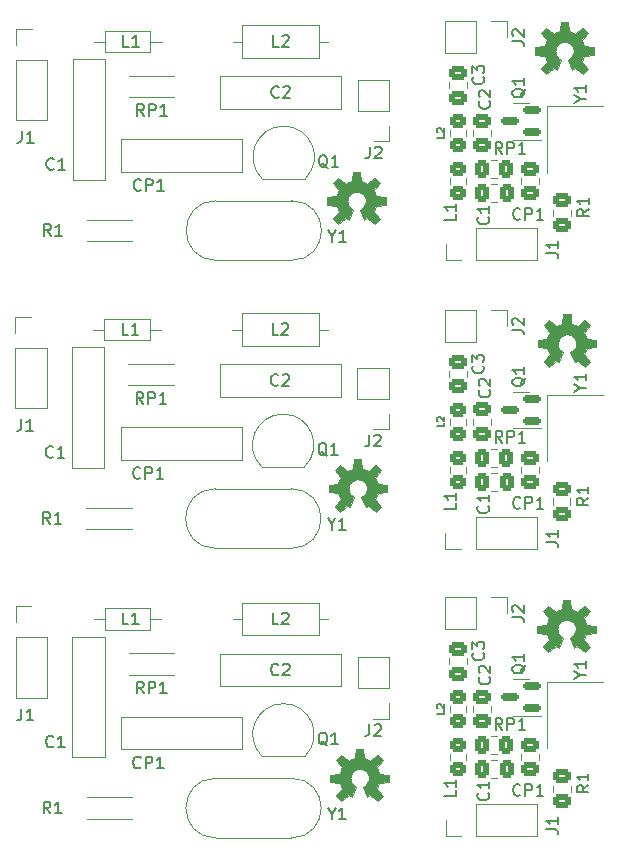
<source format=gbr>
%TF.GenerationSoftware,KiCad,Pcbnew,(6.0.4)*%
%TF.CreationDate,2022-07-15T22:22:15+03:00*%
%TF.ProjectId,panelized,70616e65-6c69-47a6-9564-2e6b69636164,rev?*%
%TF.SameCoordinates,Original*%
%TF.FileFunction,Legend,Top*%
%TF.FilePolarity,Positive*%
%FSLAX46Y46*%
G04 Gerber Fmt 4.6, Leading zero omitted, Abs format (unit mm)*
G04 Created by KiCad (PCBNEW (6.0.4)) date 2022-07-15 22:22:15*
%MOMM*%
%LPD*%
G01*
G04 APERTURE LIST*
G04 Aperture macros list*
%AMRoundRect*
0 Rectangle with rounded corners*
0 $1 Rounding radius*
0 $2 $3 $4 $5 $6 $7 $8 $9 X,Y pos of 4 corners*
0 Add a 4 corners polygon primitive as box body*
4,1,4,$2,$3,$4,$5,$6,$7,$8,$9,$2,$3,0*
0 Add four circle primitives for the rounded corners*
1,1,$1+$1,$2,$3*
1,1,$1+$1,$4,$5*
1,1,$1+$1,$6,$7*
1,1,$1+$1,$8,$9*
0 Add four rect primitives between the rounded corners*
20,1,$1+$1,$2,$3,$4,$5,0*
20,1,$1+$1,$4,$5,$6,$7,0*
20,1,$1+$1,$6,$7,$8,$9,0*
20,1,$1+$1,$8,$9,$2,$3,0*%
G04 Aperture macros list end*
%ADD10C,0.150000*%
%ADD11C,0.010000*%
%ADD12C,0.120000*%
%ADD13C,0.600000*%
%ADD14RoundRect,0.250000X0.450000X-0.325000X0.450000X0.325000X-0.450000X0.325000X-0.450000X-0.325000X0*%
%ADD15R,1.800000X2.100000*%
%ADD16RoundRect,0.250000X0.337500X0.475000X-0.337500X0.475000X-0.337500X-0.475000X0.337500X-0.475000X0*%
%ADD17RoundRect,0.250000X-0.475000X0.337500X-0.475000X-0.337500X0.475000X-0.337500X0.475000X0.337500X0*%
%ADD18R,1.700000X1.700000*%
%ADD19O,1.700000X1.700000*%
%ADD20RoundRect,0.150000X0.587500X0.150000X-0.587500X0.150000X-0.587500X-0.150000X0.587500X-0.150000X0*%
%ADD21RoundRect,0.250000X-0.337500X-0.475000X0.337500X-0.475000X0.337500X0.475000X-0.337500X0.475000X0*%
%ADD22RoundRect,0.250000X0.475000X-0.337500X0.475000X0.337500X-0.475000X0.337500X-0.475000X-0.337500X0*%
%ADD23C,1.400000*%
%ADD24O,1.400000X1.400000*%
%ADD25C,1.500000*%
%ADD26C,1.600000*%
%ADD27O,1.600000X1.600000*%
%ADD28R,1.050000X1.500000*%
%ADD29O,1.050000X1.500000*%
G04 APERTURE END LIST*
D10*
%TO.C,*%
%TO.C,L1*%
X90141380Y-93489416D02*
X90141380Y-93965607D01*
X89141380Y-93965607D01*
X90141380Y-92632273D02*
X90141380Y-93203702D01*
X90141380Y-92917988D02*
X89141380Y-92917988D01*
X89284238Y-93013226D01*
X89379476Y-93108464D01*
X89427095Y-93203702D01*
%TO.C,Y1*%
X100665690Y-83734090D02*
X101141880Y-83734090D01*
X100141880Y-84067423D02*
X100665690Y-83734090D01*
X100141880Y-83400757D01*
X101141880Y-82543614D02*
X101141880Y-83115042D01*
X101141880Y-82829328D02*
X100141880Y-82829328D01*
X100284738Y-82924566D01*
X100379976Y-83019804D01*
X100427595Y-83115042D01*
%TO.C,C1*%
X92842442Y-93736966D02*
X92890061Y-93784585D01*
X92937680Y-93927442D01*
X92937680Y-94022680D01*
X92890061Y-94165538D01*
X92794823Y-94260776D01*
X92699585Y-94308395D01*
X92509109Y-94356014D01*
X92366252Y-94356014D01*
X92175776Y-94308395D01*
X92080538Y-94260776D01*
X91985300Y-94165538D01*
X91937680Y-94022680D01*
X91937680Y-93927442D01*
X91985300Y-93784585D01*
X92032919Y-93736966D01*
X92937680Y-92784585D02*
X92937680Y-93356014D01*
X92937680Y-93070300D02*
X91937680Y-93070300D01*
X92080538Y-93165538D01*
X92175776Y-93260776D01*
X92223395Y-93356014D01*
%TO.C,C2*%
X92944042Y-83932566D02*
X92991661Y-83980185D01*
X93039280Y-84123042D01*
X93039280Y-84218280D01*
X92991661Y-84361138D01*
X92896423Y-84456376D01*
X92801185Y-84503995D01*
X92610709Y-84551614D01*
X92467852Y-84551614D01*
X92277376Y-84503995D01*
X92182138Y-84456376D01*
X92086900Y-84361138D01*
X92039280Y-84218280D01*
X92039280Y-84123042D01*
X92086900Y-83980185D01*
X92134519Y-83932566D01*
X92134519Y-83551614D02*
X92086900Y-83503995D01*
X92039280Y-83408757D01*
X92039280Y-83170661D01*
X92086900Y-83075423D01*
X92134519Y-83027804D01*
X92229757Y-82980185D01*
X92324995Y-82980185D01*
X92467852Y-83027804D01*
X93039280Y-83599233D01*
X93039280Y-82980185D01*
%TO.C,J2*%
X94877280Y-78841433D02*
X95591566Y-78841433D01*
X95734423Y-78889052D01*
X95829661Y-78984290D01*
X95877280Y-79127147D01*
X95877280Y-79222385D01*
X94972519Y-78412861D02*
X94924900Y-78365242D01*
X94877280Y-78270004D01*
X94877280Y-78031909D01*
X94924900Y-77936671D01*
X94972519Y-77889052D01*
X95067757Y-77841433D01*
X95162995Y-77841433D01*
X95305852Y-77889052D01*
X95877280Y-78460480D01*
X95877280Y-77841433D01*
%TO.C,Q1*%
X95979319Y-82870538D02*
X95931700Y-82965776D01*
X95836461Y-83061014D01*
X95693604Y-83203871D01*
X95645985Y-83299109D01*
X95645985Y-83394347D01*
X95884080Y-83346728D02*
X95836461Y-83441966D01*
X95741223Y-83537204D01*
X95550747Y-83584823D01*
X95217414Y-83584823D01*
X95026938Y-83537204D01*
X94931700Y-83441966D01*
X94884080Y-83346728D01*
X94884080Y-83156252D01*
X94931700Y-83061014D01*
X95026938Y-82965776D01*
X95217414Y-82918157D01*
X95550747Y-82918157D01*
X95741223Y-82965776D01*
X95836461Y-83061014D01*
X95884080Y-83156252D01*
X95884080Y-83346728D01*
X95884080Y-81965776D02*
X95884080Y-82537204D01*
X95884080Y-82251490D02*
X94884080Y-82251490D01*
X95026938Y-82346728D01*
X95122176Y-82441966D01*
X95169795Y-82537204D01*
%TO.C,RP1*%
X94053833Y-88383880D02*
X93720500Y-87907690D01*
X93482404Y-88383880D02*
X93482404Y-87383880D01*
X93863357Y-87383880D01*
X93958595Y-87431500D01*
X94006214Y-87479119D01*
X94053833Y-87574357D01*
X94053833Y-87717214D01*
X94006214Y-87812452D01*
X93958595Y-87860071D01*
X93863357Y-87907690D01*
X93482404Y-87907690D01*
X94482404Y-88383880D02*
X94482404Y-87383880D01*
X94863357Y-87383880D01*
X94958595Y-87431500D01*
X95006214Y-87479119D01*
X95053833Y-87574357D01*
X95053833Y-87717214D01*
X95006214Y-87812452D01*
X94958595Y-87860071D01*
X94863357Y-87907690D01*
X94482404Y-87907690D01*
X96006214Y-88383880D02*
X95434785Y-88383880D01*
X95720500Y-88383880D02*
X95720500Y-87383880D01*
X95625261Y-87526738D01*
X95530023Y-87621976D01*
X95434785Y-87669595D01*
%TO.C,C3*%
X92408342Y-81881616D02*
X92455961Y-81929235D01*
X92503580Y-82072092D01*
X92503580Y-82167330D01*
X92455961Y-82310188D01*
X92360723Y-82405426D01*
X92265485Y-82453045D01*
X92075009Y-82500664D01*
X91932152Y-82500664D01*
X91741676Y-82453045D01*
X91646438Y-82405426D01*
X91551200Y-82310188D01*
X91503580Y-82167330D01*
X91503580Y-82072092D01*
X91551200Y-81929235D01*
X91598819Y-81881616D01*
X91503580Y-81548283D02*
X91503580Y-80929235D01*
X91884533Y-81262569D01*
X91884533Y-81119711D01*
X91932152Y-81024473D01*
X91979771Y-80976854D01*
X92075009Y-80929235D01*
X92313104Y-80929235D01*
X92408342Y-80976854D01*
X92455961Y-81024473D01*
X92503580Y-81119711D01*
X92503580Y-81405426D01*
X92455961Y-81500664D01*
X92408342Y-81548283D01*
%TO.C,L2*%
X89122228Y-86727100D02*
X89122228Y-87012814D01*
X88522228Y-87012814D01*
X88579371Y-86555671D02*
X88550800Y-86527100D01*
X88522228Y-86469957D01*
X88522228Y-86327100D01*
X88550800Y-86269957D01*
X88579371Y-86241385D01*
X88636514Y-86212814D01*
X88693657Y-86212814D01*
X88779371Y-86241385D01*
X89122228Y-86584242D01*
X89122228Y-86212814D01*
%TO.C,J1*%
X97777380Y-96805683D02*
X98491666Y-96805683D01*
X98634523Y-96853302D01*
X98729761Y-96948540D01*
X98777380Y-97091397D01*
X98777380Y-97186635D01*
X98777380Y-95805683D02*
X98777380Y-96377111D01*
X98777380Y-96091397D02*
X97777380Y-96091397D01*
X97920238Y-96186635D01*
X98015476Y-96281873D01*
X98063095Y-96377111D01*
%TO.C,CP1*%
X95577833Y-93876642D02*
X95530214Y-93924261D01*
X95387357Y-93971880D01*
X95292119Y-93971880D01*
X95149261Y-93924261D01*
X95054023Y-93829023D01*
X95006404Y-93733785D01*
X94958785Y-93543309D01*
X94958785Y-93400452D01*
X95006404Y-93209976D01*
X95054023Y-93114738D01*
X95149261Y-93019500D01*
X95292119Y-92971880D01*
X95387357Y-92971880D01*
X95530214Y-93019500D01*
X95577833Y-93067119D01*
X96006404Y-93971880D02*
X96006404Y-92971880D01*
X96387357Y-92971880D01*
X96482595Y-93019500D01*
X96530214Y-93067119D01*
X96577833Y-93162357D01*
X96577833Y-93305214D01*
X96530214Y-93400452D01*
X96482595Y-93448071D01*
X96387357Y-93495690D01*
X96006404Y-93495690D01*
X97530214Y-93971880D02*
X96958785Y-93971880D01*
X97244500Y-93971880D02*
X97244500Y-92971880D01*
X97149261Y-93114738D01*
X97054023Y-93209976D01*
X96958785Y-93257595D01*
%TO.C,R1*%
X101342780Y-93057616D02*
X100866590Y-93390950D01*
X101342780Y-93629045D02*
X100342780Y-93629045D01*
X100342780Y-93248092D01*
X100390400Y-93152854D01*
X100438019Y-93105235D01*
X100533257Y-93057616D01*
X100676114Y-93057616D01*
X100771352Y-93105235D01*
X100818971Y-93152854D01*
X100866590Y-93248092D01*
X100866590Y-93629045D01*
X101342780Y-92105235D02*
X101342780Y-92676664D01*
X101342780Y-92390950D02*
X100342780Y-92390950D01*
X100485638Y-92486188D01*
X100580876Y-92581426D01*
X100628495Y-92676664D01*
%TO.C,L2*%
X89115373Y-111181376D02*
X89115373Y-111467090D01*
X88515373Y-111467090D01*
X88572516Y-111009947D02*
X88543945Y-110981376D01*
X88515373Y-110924233D01*
X88515373Y-110781376D01*
X88543945Y-110724233D01*
X88572516Y-110695661D01*
X88629659Y-110667090D01*
X88686802Y-110667090D01*
X88772516Y-110695661D01*
X89115373Y-111038518D01*
X89115373Y-110667090D01*
%TO.C,L1*%
X90134525Y-117943692D02*
X90134525Y-118419883D01*
X89134525Y-118419883D01*
X90134525Y-117086549D02*
X90134525Y-117657978D01*
X90134525Y-117372264D02*
X89134525Y-117372264D01*
X89277383Y-117467502D01*
X89372621Y-117562740D01*
X89420240Y-117657978D01*
%TO.C,J1*%
X97770525Y-121259959D02*
X98484811Y-121259959D01*
X98627668Y-121307578D01*
X98722906Y-121402816D01*
X98770525Y-121545673D01*
X98770525Y-121640911D01*
X98770525Y-120259959D02*
X98770525Y-120831387D01*
X98770525Y-120545673D02*
X97770525Y-120545673D01*
X97913383Y-120640911D01*
X98008621Y-120736149D01*
X98056240Y-120831387D01*
%TO.C,Y1*%
X100658835Y-108188366D02*
X101135025Y-108188366D01*
X100135025Y-108521699D02*
X100658835Y-108188366D01*
X100135025Y-107855033D01*
X101135025Y-106997890D02*
X101135025Y-107569318D01*
X101135025Y-107283604D02*
X100135025Y-107283604D01*
X100277883Y-107378842D01*
X100373121Y-107474080D01*
X100420740Y-107569318D01*
%TO.C,C1*%
X92835587Y-118191242D02*
X92883206Y-118238861D01*
X92930825Y-118381718D01*
X92930825Y-118476956D01*
X92883206Y-118619814D01*
X92787968Y-118715052D01*
X92692730Y-118762671D01*
X92502254Y-118810290D01*
X92359397Y-118810290D01*
X92168921Y-118762671D01*
X92073683Y-118715052D01*
X91978445Y-118619814D01*
X91930825Y-118476956D01*
X91930825Y-118381718D01*
X91978445Y-118238861D01*
X92026064Y-118191242D01*
X92930825Y-117238861D02*
X92930825Y-117810290D01*
X92930825Y-117524576D02*
X91930825Y-117524576D01*
X92073683Y-117619814D01*
X92168921Y-117715052D01*
X92216540Y-117810290D01*
%TO.C,CP1*%
X95570978Y-118330918D02*
X95523359Y-118378537D01*
X95380502Y-118426156D01*
X95285264Y-118426156D01*
X95142406Y-118378537D01*
X95047168Y-118283299D01*
X94999549Y-118188061D01*
X94951930Y-117997585D01*
X94951930Y-117854728D01*
X94999549Y-117664252D01*
X95047168Y-117569014D01*
X95142406Y-117473776D01*
X95285264Y-117426156D01*
X95380502Y-117426156D01*
X95523359Y-117473776D01*
X95570978Y-117521395D01*
X95999549Y-118426156D02*
X95999549Y-117426156D01*
X96380502Y-117426156D01*
X96475740Y-117473776D01*
X96523359Y-117521395D01*
X96570978Y-117616633D01*
X96570978Y-117759490D01*
X96523359Y-117854728D01*
X96475740Y-117902347D01*
X96380502Y-117949966D01*
X95999549Y-117949966D01*
X97523359Y-118426156D02*
X96951930Y-118426156D01*
X97237645Y-118426156D02*
X97237645Y-117426156D01*
X97142406Y-117569014D01*
X97047168Y-117664252D01*
X96951930Y-117711871D01*
%TO.C,C2*%
X92937187Y-108386842D02*
X92984806Y-108434461D01*
X93032425Y-108577318D01*
X93032425Y-108672556D01*
X92984806Y-108815414D01*
X92889568Y-108910652D01*
X92794330Y-108958271D01*
X92603854Y-109005890D01*
X92460997Y-109005890D01*
X92270521Y-108958271D01*
X92175283Y-108910652D01*
X92080045Y-108815414D01*
X92032425Y-108672556D01*
X92032425Y-108577318D01*
X92080045Y-108434461D01*
X92127664Y-108386842D01*
X92127664Y-108005890D02*
X92080045Y-107958271D01*
X92032425Y-107863033D01*
X92032425Y-107624937D01*
X92080045Y-107529699D01*
X92127664Y-107482080D01*
X92222902Y-107434461D01*
X92318140Y-107434461D01*
X92460997Y-107482080D01*
X93032425Y-108053509D01*
X93032425Y-107434461D01*
%TO.C,J2*%
X94870425Y-103295709D02*
X95584711Y-103295709D01*
X95727568Y-103343328D01*
X95822806Y-103438566D01*
X95870425Y-103581423D01*
X95870425Y-103676661D01*
X94965664Y-102867137D02*
X94918045Y-102819518D01*
X94870425Y-102724280D01*
X94870425Y-102486185D01*
X94918045Y-102390947D01*
X94965664Y-102343328D01*
X95060902Y-102295709D01*
X95156140Y-102295709D01*
X95298997Y-102343328D01*
X95870425Y-102914756D01*
X95870425Y-102295709D01*
%TO.C,Q1*%
X95972464Y-107324814D02*
X95924845Y-107420052D01*
X95829606Y-107515290D01*
X95686749Y-107658147D01*
X95639130Y-107753385D01*
X95639130Y-107848623D01*
X95877225Y-107801004D02*
X95829606Y-107896242D01*
X95734368Y-107991480D01*
X95543892Y-108039099D01*
X95210559Y-108039099D01*
X95020083Y-107991480D01*
X94924845Y-107896242D01*
X94877225Y-107801004D01*
X94877225Y-107610528D01*
X94924845Y-107515290D01*
X95020083Y-107420052D01*
X95210559Y-107372433D01*
X95543892Y-107372433D01*
X95734368Y-107420052D01*
X95829606Y-107515290D01*
X95877225Y-107610528D01*
X95877225Y-107801004D01*
X95877225Y-106420052D02*
X95877225Y-106991480D01*
X95877225Y-106705766D02*
X94877225Y-106705766D01*
X95020083Y-106801004D01*
X95115321Y-106896242D01*
X95162940Y-106991480D01*
%TO.C,R1*%
X101335925Y-117511892D02*
X100859735Y-117845226D01*
X101335925Y-118083321D02*
X100335925Y-118083321D01*
X100335925Y-117702368D01*
X100383545Y-117607130D01*
X100431164Y-117559511D01*
X100526402Y-117511892D01*
X100669259Y-117511892D01*
X100764497Y-117559511D01*
X100812116Y-117607130D01*
X100859735Y-117702368D01*
X100859735Y-118083321D01*
X101335925Y-116559511D02*
X101335925Y-117130940D01*
X101335925Y-116845226D02*
X100335925Y-116845226D01*
X100478783Y-116940464D01*
X100574021Y-117035702D01*
X100621640Y-117130940D01*
%TO.C,RP1*%
X94046978Y-112838156D02*
X93713645Y-112361966D01*
X93475549Y-112838156D02*
X93475549Y-111838156D01*
X93856502Y-111838156D01*
X93951740Y-111885776D01*
X93999359Y-111933395D01*
X94046978Y-112028633D01*
X94046978Y-112171490D01*
X93999359Y-112266728D01*
X93951740Y-112314347D01*
X93856502Y-112361966D01*
X93475549Y-112361966D01*
X94475549Y-112838156D02*
X94475549Y-111838156D01*
X94856502Y-111838156D01*
X94951740Y-111885776D01*
X94999359Y-111933395D01*
X95046978Y-112028633D01*
X95046978Y-112171490D01*
X94999359Y-112266728D01*
X94951740Y-112314347D01*
X94856502Y-112361966D01*
X94475549Y-112361966D01*
X95999359Y-112838156D02*
X95427930Y-112838156D01*
X95713645Y-112838156D02*
X95713645Y-111838156D01*
X95618406Y-111981014D01*
X95523168Y-112076252D01*
X95427930Y-112123871D01*
%TO.C,C3*%
X92401487Y-106335892D02*
X92449106Y-106383511D01*
X92496725Y-106526368D01*
X92496725Y-106621606D01*
X92449106Y-106764464D01*
X92353868Y-106859702D01*
X92258630Y-106907321D01*
X92068154Y-106954940D01*
X91925297Y-106954940D01*
X91734821Y-106907321D01*
X91639583Y-106859702D01*
X91544345Y-106764464D01*
X91496725Y-106621606D01*
X91496725Y-106526368D01*
X91544345Y-106383511D01*
X91591964Y-106335892D01*
X91496725Y-106002559D02*
X91496725Y-105383511D01*
X91877678Y-105716845D01*
X91877678Y-105573987D01*
X91925297Y-105478749D01*
X91972916Y-105431130D01*
X92068154Y-105383511D01*
X92306249Y-105383511D01*
X92401487Y-105431130D01*
X92449106Y-105478749D01*
X92496725Y-105573987D01*
X92496725Y-105859702D01*
X92449106Y-105954940D01*
X92401487Y-106002559D01*
%TO.C,L1*%
X62418933Y-79329874D02*
X61942742Y-79329874D01*
X61942742Y-78329874D01*
X63276076Y-79329874D02*
X62704647Y-79329874D01*
X62990361Y-79329874D02*
X62990361Y-78329874D01*
X62895123Y-78472732D01*
X62799885Y-78567970D01*
X62704647Y-78615589D01*
%TO.C,J2*%
X82826266Y-87776874D02*
X82826266Y-88491160D01*
X82778647Y-88634017D01*
X82683409Y-88729255D01*
X82540552Y-88776874D01*
X82445314Y-88776874D01*
X83254838Y-87872113D02*
X83302457Y-87824494D01*
X83397695Y-87776874D01*
X83635790Y-87776874D01*
X83731028Y-87824494D01*
X83778647Y-87872113D01*
X83826266Y-87967351D01*
X83826266Y-88062589D01*
X83778647Y-88205446D01*
X83207219Y-88776874D01*
X83826266Y-88776874D01*
%TO.C,Y1*%
X79635409Y-95363684D02*
X79635409Y-95839874D01*
X79302076Y-94839874D02*
X79635409Y-95363684D01*
X79968742Y-94839874D01*
X80825885Y-95839874D02*
X80254457Y-95839874D01*
X80540171Y-95839874D02*
X80540171Y-94839874D01*
X80444933Y-94982732D01*
X80349695Y-95077970D01*
X80254457Y-95125589D01*
%TO.C,C2*%
X75118933Y-83552636D02*
X75071314Y-83600255D01*
X74928457Y-83647874D01*
X74833219Y-83647874D01*
X74690361Y-83600255D01*
X74595123Y-83505017D01*
X74547504Y-83409779D01*
X74499885Y-83219303D01*
X74499885Y-83076446D01*
X74547504Y-82885970D01*
X74595123Y-82790732D01*
X74690361Y-82695494D01*
X74833219Y-82647874D01*
X74928457Y-82647874D01*
X75071314Y-82695494D01*
X75118933Y-82743113D01*
X75499885Y-82743113D02*
X75547504Y-82695494D01*
X75642742Y-82647874D01*
X75880838Y-82647874D01*
X75976076Y-82695494D01*
X76023695Y-82743113D01*
X76071314Y-82838351D01*
X76071314Y-82933589D01*
X76023695Y-83076446D01*
X75452266Y-83647874D01*
X76071314Y-83647874D01*
%TO.C,L2*%
X75118933Y-79329874D02*
X74642742Y-79329874D01*
X74642742Y-78329874D01*
X75404647Y-78425113D02*
X75452266Y-78377494D01*
X75547504Y-78329874D01*
X75785600Y-78329874D01*
X75880838Y-78377494D01*
X75928457Y-78425113D01*
X75976076Y-78520351D01*
X75976076Y-78615589D01*
X75928457Y-78758446D01*
X75357028Y-79329874D01*
X75976076Y-79329874D01*
%TO.C,J1*%
X53362266Y-86457874D02*
X53362266Y-87172160D01*
X53314647Y-87315017D01*
X53219409Y-87410255D01*
X53076552Y-87457874D01*
X52981314Y-87457874D01*
X54362266Y-87457874D02*
X53790838Y-87457874D01*
X54076552Y-87457874D02*
X54076552Y-86457874D01*
X53981314Y-86600732D01*
X53886076Y-86695970D01*
X53790838Y-86743589D01*
%TO.C,R1*%
X55814933Y-95331874D02*
X55481600Y-94855684D01*
X55243504Y-95331874D02*
X55243504Y-94331874D01*
X55624457Y-94331874D01*
X55719695Y-94379494D01*
X55767314Y-94427113D01*
X55814933Y-94522351D01*
X55814933Y-94665208D01*
X55767314Y-94760446D01*
X55719695Y-94808065D01*
X55624457Y-94855684D01*
X55243504Y-94855684D01*
X56767314Y-95331874D02*
X56195885Y-95331874D01*
X56481600Y-95331874D02*
X56481600Y-94331874D01*
X56386361Y-94474732D01*
X56291123Y-94569970D01*
X56195885Y-94617589D01*
%TO.C,RP1*%
X63696933Y-85171874D02*
X63363600Y-84695684D01*
X63125504Y-85171874D02*
X63125504Y-84171874D01*
X63506457Y-84171874D01*
X63601695Y-84219494D01*
X63649314Y-84267113D01*
X63696933Y-84362351D01*
X63696933Y-84505208D01*
X63649314Y-84600446D01*
X63601695Y-84648065D01*
X63506457Y-84695684D01*
X63125504Y-84695684D01*
X64125504Y-85171874D02*
X64125504Y-84171874D01*
X64506457Y-84171874D01*
X64601695Y-84219494D01*
X64649314Y-84267113D01*
X64696933Y-84362351D01*
X64696933Y-84505208D01*
X64649314Y-84600446D01*
X64601695Y-84648065D01*
X64506457Y-84695684D01*
X64125504Y-84695684D01*
X65649314Y-85171874D02*
X65077885Y-85171874D01*
X65363600Y-85171874D02*
X65363600Y-84171874D01*
X65268361Y-84314732D01*
X65173123Y-84409970D01*
X65077885Y-84457589D01*
%TO.C,C1*%
X56068933Y-89648636D02*
X56021314Y-89696255D01*
X55878457Y-89743874D01*
X55783219Y-89743874D01*
X55640361Y-89696255D01*
X55545123Y-89601017D01*
X55497504Y-89505779D01*
X55449885Y-89315303D01*
X55449885Y-89172446D01*
X55497504Y-88981970D01*
X55545123Y-88886732D01*
X55640361Y-88791494D01*
X55783219Y-88743874D01*
X55878457Y-88743874D01*
X56021314Y-88791494D01*
X56068933Y-88839113D01*
X57021314Y-89743874D02*
X56449885Y-89743874D01*
X56735600Y-89743874D02*
X56735600Y-88743874D01*
X56640361Y-88886732D01*
X56545123Y-88981970D01*
X56449885Y-89029589D01*
%TO.C,CP1*%
X63442933Y-91426636D02*
X63395314Y-91474255D01*
X63252457Y-91521874D01*
X63157219Y-91521874D01*
X63014361Y-91474255D01*
X62919123Y-91379017D01*
X62871504Y-91283779D01*
X62823885Y-91093303D01*
X62823885Y-90950446D01*
X62871504Y-90759970D01*
X62919123Y-90664732D01*
X63014361Y-90569494D01*
X63157219Y-90521874D01*
X63252457Y-90521874D01*
X63395314Y-90569494D01*
X63442933Y-90617113D01*
X63871504Y-91521874D02*
X63871504Y-90521874D01*
X64252457Y-90521874D01*
X64347695Y-90569494D01*
X64395314Y-90617113D01*
X64442933Y-90712351D01*
X64442933Y-90855208D01*
X64395314Y-90950446D01*
X64347695Y-90998065D01*
X64252457Y-91045684D01*
X63871504Y-91045684D01*
X65395314Y-91521874D02*
X64823885Y-91521874D01*
X65109600Y-91521874D02*
X65109600Y-90521874D01*
X65014361Y-90664732D01*
X64919123Y-90759970D01*
X64823885Y-90807589D01*
%TO.C,Q1*%
X79254361Y-89585113D02*
X79159123Y-89537494D01*
X79063885Y-89442255D01*
X78921028Y-89299398D01*
X78825790Y-89251779D01*
X78730552Y-89251779D01*
X78778171Y-89489874D02*
X78682933Y-89442255D01*
X78587695Y-89347017D01*
X78540076Y-89156541D01*
X78540076Y-88823208D01*
X78587695Y-88632732D01*
X78682933Y-88537494D01*
X78778171Y-88489874D01*
X78968647Y-88489874D01*
X79063885Y-88537494D01*
X79159123Y-88632732D01*
X79206742Y-88823208D01*
X79206742Y-89156541D01*
X79159123Y-89347017D01*
X79063885Y-89442255D01*
X78968647Y-89489874D01*
X78778171Y-89489874D01*
X80159123Y-89489874D02*
X79587695Y-89489874D01*
X79873409Y-89489874D02*
X79873409Y-88489874D01*
X79778171Y-88632732D01*
X79682933Y-88727970D01*
X79587695Y-88775589D01*
%TO.C,L1*%
X62368133Y-103713874D02*
X61891942Y-103713874D01*
X61891942Y-102713874D01*
X63225276Y-103713874D02*
X62653847Y-103713874D01*
X62939561Y-103713874D02*
X62939561Y-102713874D01*
X62844323Y-102856732D01*
X62749085Y-102951970D01*
X62653847Y-102999589D01*
%TO.C,J2*%
X82775466Y-112160874D02*
X82775466Y-112875160D01*
X82727847Y-113018017D01*
X82632609Y-113113255D01*
X82489752Y-113160874D01*
X82394514Y-113160874D01*
X83204038Y-112256113D02*
X83251657Y-112208494D01*
X83346895Y-112160874D01*
X83584990Y-112160874D01*
X83680228Y-112208494D01*
X83727847Y-112256113D01*
X83775466Y-112351351D01*
X83775466Y-112446589D01*
X83727847Y-112589446D01*
X83156419Y-113160874D01*
X83775466Y-113160874D01*
%TO.C,Y1*%
X79584609Y-119747684D02*
X79584609Y-120223874D01*
X79251276Y-119223874D02*
X79584609Y-119747684D01*
X79917942Y-119223874D01*
X80775085Y-120223874D02*
X80203657Y-120223874D01*
X80489371Y-120223874D02*
X80489371Y-119223874D01*
X80394133Y-119366732D01*
X80298895Y-119461970D01*
X80203657Y-119509589D01*
%TO.C,C2*%
X75068133Y-107936636D02*
X75020514Y-107984255D01*
X74877657Y-108031874D01*
X74782419Y-108031874D01*
X74639561Y-107984255D01*
X74544323Y-107889017D01*
X74496704Y-107793779D01*
X74449085Y-107603303D01*
X74449085Y-107460446D01*
X74496704Y-107269970D01*
X74544323Y-107174732D01*
X74639561Y-107079494D01*
X74782419Y-107031874D01*
X74877657Y-107031874D01*
X75020514Y-107079494D01*
X75068133Y-107127113D01*
X75449085Y-107127113D02*
X75496704Y-107079494D01*
X75591942Y-107031874D01*
X75830038Y-107031874D01*
X75925276Y-107079494D01*
X75972895Y-107127113D01*
X76020514Y-107222351D01*
X76020514Y-107317589D01*
X75972895Y-107460446D01*
X75401466Y-108031874D01*
X76020514Y-108031874D01*
%TO.C,L2*%
X75068133Y-103713874D02*
X74591942Y-103713874D01*
X74591942Y-102713874D01*
X75353847Y-102809113D02*
X75401466Y-102761494D01*
X75496704Y-102713874D01*
X75734800Y-102713874D01*
X75830038Y-102761494D01*
X75877657Y-102809113D01*
X75925276Y-102904351D01*
X75925276Y-102999589D01*
X75877657Y-103142446D01*
X75306228Y-103713874D01*
X75925276Y-103713874D01*
%TO.C,J1*%
X53311466Y-110841874D02*
X53311466Y-111556160D01*
X53263847Y-111699017D01*
X53168609Y-111794255D01*
X53025752Y-111841874D01*
X52930514Y-111841874D01*
X54311466Y-111841874D02*
X53740038Y-111841874D01*
X54025752Y-111841874D02*
X54025752Y-110841874D01*
X53930514Y-110984732D01*
X53835276Y-111079970D01*
X53740038Y-111127589D01*
%TO.C,R1*%
X55764133Y-119715874D02*
X55430800Y-119239684D01*
X55192704Y-119715874D02*
X55192704Y-118715874D01*
X55573657Y-118715874D01*
X55668895Y-118763494D01*
X55716514Y-118811113D01*
X55764133Y-118906351D01*
X55764133Y-119049208D01*
X55716514Y-119144446D01*
X55668895Y-119192065D01*
X55573657Y-119239684D01*
X55192704Y-119239684D01*
X56716514Y-119715874D02*
X56145085Y-119715874D01*
X56430800Y-119715874D02*
X56430800Y-118715874D01*
X56335561Y-118858732D01*
X56240323Y-118953970D01*
X56145085Y-119001589D01*
%TO.C,RP1*%
X63646133Y-109555874D02*
X63312800Y-109079684D01*
X63074704Y-109555874D02*
X63074704Y-108555874D01*
X63455657Y-108555874D01*
X63550895Y-108603494D01*
X63598514Y-108651113D01*
X63646133Y-108746351D01*
X63646133Y-108889208D01*
X63598514Y-108984446D01*
X63550895Y-109032065D01*
X63455657Y-109079684D01*
X63074704Y-109079684D01*
X64074704Y-109555874D02*
X64074704Y-108555874D01*
X64455657Y-108555874D01*
X64550895Y-108603494D01*
X64598514Y-108651113D01*
X64646133Y-108746351D01*
X64646133Y-108889208D01*
X64598514Y-108984446D01*
X64550895Y-109032065D01*
X64455657Y-109079684D01*
X64074704Y-109079684D01*
X65598514Y-109555874D02*
X65027085Y-109555874D01*
X65312800Y-109555874D02*
X65312800Y-108555874D01*
X65217561Y-108698732D01*
X65122323Y-108793970D01*
X65027085Y-108841589D01*
%TO.C,C1*%
X56018133Y-114032636D02*
X55970514Y-114080255D01*
X55827657Y-114127874D01*
X55732419Y-114127874D01*
X55589561Y-114080255D01*
X55494323Y-113985017D01*
X55446704Y-113889779D01*
X55399085Y-113699303D01*
X55399085Y-113556446D01*
X55446704Y-113365970D01*
X55494323Y-113270732D01*
X55589561Y-113175494D01*
X55732419Y-113127874D01*
X55827657Y-113127874D01*
X55970514Y-113175494D01*
X56018133Y-113223113D01*
X56970514Y-114127874D02*
X56399085Y-114127874D01*
X56684800Y-114127874D02*
X56684800Y-113127874D01*
X56589561Y-113270732D01*
X56494323Y-113365970D01*
X56399085Y-113413589D01*
%TO.C,CP1*%
X63392133Y-115810636D02*
X63344514Y-115858255D01*
X63201657Y-115905874D01*
X63106419Y-115905874D01*
X62963561Y-115858255D01*
X62868323Y-115763017D01*
X62820704Y-115667779D01*
X62773085Y-115477303D01*
X62773085Y-115334446D01*
X62820704Y-115143970D01*
X62868323Y-115048732D01*
X62963561Y-114953494D01*
X63106419Y-114905874D01*
X63201657Y-114905874D01*
X63344514Y-114953494D01*
X63392133Y-115001113D01*
X63820704Y-115905874D02*
X63820704Y-114905874D01*
X64201657Y-114905874D01*
X64296895Y-114953494D01*
X64344514Y-115001113D01*
X64392133Y-115096351D01*
X64392133Y-115239208D01*
X64344514Y-115334446D01*
X64296895Y-115382065D01*
X64201657Y-115429684D01*
X63820704Y-115429684D01*
X65344514Y-115905874D02*
X64773085Y-115905874D01*
X65058800Y-115905874D02*
X65058800Y-114905874D01*
X64963561Y-115048732D01*
X64868323Y-115143970D01*
X64773085Y-115191589D01*
%TO.C,Q1*%
X79203561Y-113969113D02*
X79108323Y-113921494D01*
X79013085Y-113826255D01*
X78870228Y-113683398D01*
X78774990Y-113635779D01*
X78679752Y-113635779D01*
X78727371Y-113873874D02*
X78632133Y-113826255D01*
X78536895Y-113731017D01*
X78489276Y-113540541D01*
X78489276Y-113207208D01*
X78536895Y-113016732D01*
X78632133Y-112921494D01*
X78727371Y-112873874D01*
X78917847Y-112873874D01*
X79013085Y-112921494D01*
X79108323Y-113016732D01*
X79155942Y-113207208D01*
X79155942Y-113540541D01*
X79108323Y-113731017D01*
X79013085Y-113826255D01*
X78917847Y-113873874D01*
X78727371Y-113873874D01*
X80108323Y-113873874D02*
X79536895Y-113873874D01*
X79822609Y-113873874D02*
X79822609Y-112873874D01*
X79727371Y-113016732D01*
X79632133Y-113111970D01*
X79536895Y-113159589D01*
%TO.C,J1*%
X53333866Y-135352874D02*
X53333866Y-136067160D01*
X53286247Y-136210017D01*
X53191009Y-136305255D01*
X53048152Y-136352874D01*
X52952914Y-136352874D01*
X54333866Y-136352874D02*
X53762438Y-136352874D01*
X54048152Y-136352874D02*
X54048152Y-135352874D01*
X53952914Y-135495732D01*
X53857676Y-135590970D01*
X53762438Y-135638589D01*
%TO.C,L2*%
X75090533Y-128224874D02*
X74614342Y-128224874D01*
X74614342Y-127224874D01*
X75376247Y-127320113D02*
X75423866Y-127272494D01*
X75519104Y-127224874D01*
X75757200Y-127224874D01*
X75852438Y-127272494D01*
X75900057Y-127320113D01*
X75947676Y-127415351D01*
X75947676Y-127510589D01*
X75900057Y-127653446D01*
X75328628Y-128224874D01*
X75947676Y-128224874D01*
%TO.C,Y1*%
X79607009Y-144258684D02*
X79607009Y-144734874D01*
X79273676Y-143734874D02*
X79607009Y-144258684D01*
X79940342Y-143734874D01*
X80797485Y-144734874D02*
X80226057Y-144734874D01*
X80511771Y-144734874D02*
X80511771Y-143734874D01*
X80416533Y-143877732D01*
X80321295Y-143972970D01*
X80226057Y-144020589D01*
%TO.C,L1*%
X62390533Y-128224874D02*
X61914342Y-128224874D01*
X61914342Y-127224874D01*
X63247676Y-128224874D02*
X62676247Y-128224874D01*
X62961961Y-128224874D02*
X62961961Y-127224874D01*
X62866723Y-127367732D01*
X62771485Y-127462970D01*
X62676247Y-127510589D01*
%TO.C,C2*%
X75090533Y-132447636D02*
X75042914Y-132495255D01*
X74900057Y-132542874D01*
X74804819Y-132542874D01*
X74661961Y-132495255D01*
X74566723Y-132400017D01*
X74519104Y-132304779D01*
X74471485Y-132114303D01*
X74471485Y-131971446D01*
X74519104Y-131780970D01*
X74566723Y-131685732D01*
X74661961Y-131590494D01*
X74804819Y-131542874D01*
X74900057Y-131542874D01*
X75042914Y-131590494D01*
X75090533Y-131638113D01*
X75471485Y-131638113D02*
X75519104Y-131590494D01*
X75614342Y-131542874D01*
X75852438Y-131542874D01*
X75947676Y-131590494D01*
X75995295Y-131638113D01*
X76042914Y-131733351D01*
X76042914Y-131828589D01*
X75995295Y-131971446D01*
X75423866Y-132542874D01*
X76042914Y-132542874D01*
%TO.C,J2*%
X82797866Y-136671874D02*
X82797866Y-137386160D01*
X82750247Y-137529017D01*
X82655009Y-137624255D01*
X82512152Y-137671874D01*
X82416914Y-137671874D01*
X83226438Y-136767113D02*
X83274057Y-136719494D01*
X83369295Y-136671874D01*
X83607390Y-136671874D01*
X83702628Y-136719494D01*
X83750247Y-136767113D01*
X83797866Y-136862351D01*
X83797866Y-136957589D01*
X83750247Y-137100446D01*
X83178819Y-137671874D01*
X83797866Y-137671874D01*
%TO.C,C1*%
X56040533Y-138543636D02*
X55992914Y-138591255D01*
X55850057Y-138638874D01*
X55754819Y-138638874D01*
X55611961Y-138591255D01*
X55516723Y-138496017D01*
X55469104Y-138400779D01*
X55421485Y-138210303D01*
X55421485Y-138067446D01*
X55469104Y-137876970D01*
X55516723Y-137781732D01*
X55611961Y-137686494D01*
X55754819Y-137638874D01*
X55850057Y-137638874D01*
X55992914Y-137686494D01*
X56040533Y-137734113D01*
X56992914Y-138638874D02*
X56421485Y-138638874D01*
X56707200Y-138638874D02*
X56707200Y-137638874D01*
X56611961Y-137781732D01*
X56516723Y-137876970D01*
X56421485Y-137924589D01*
%TO.C,R1*%
X55786533Y-144226874D02*
X55453200Y-143750684D01*
X55215104Y-144226874D02*
X55215104Y-143226874D01*
X55596057Y-143226874D01*
X55691295Y-143274494D01*
X55738914Y-143322113D01*
X55786533Y-143417351D01*
X55786533Y-143560208D01*
X55738914Y-143655446D01*
X55691295Y-143703065D01*
X55596057Y-143750684D01*
X55215104Y-143750684D01*
X56738914Y-144226874D02*
X56167485Y-144226874D01*
X56453200Y-144226874D02*
X56453200Y-143226874D01*
X56357961Y-143369732D01*
X56262723Y-143464970D01*
X56167485Y-143512589D01*
%TO.C,Q1*%
X79225961Y-138480113D02*
X79130723Y-138432494D01*
X79035485Y-138337255D01*
X78892628Y-138194398D01*
X78797390Y-138146779D01*
X78702152Y-138146779D01*
X78749771Y-138384874D02*
X78654533Y-138337255D01*
X78559295Y-138242017D01*
X78511676Y-138051541D01*
X78511676Y-137718208D01*
X78559295Y-137527732D01*
X78654533Y-137432494D01*
X78749771Y-137384874D01*
X78940247Y-137384874D01*
X79035485Y-137432494D01*
X79130723Y-137527732D01*
X79178342Y-137718208D01*
X79178342Y-138051541D01*
X79130723Y-138242017D01*
X79035485Y-138337255D01*
X78940247Y-138384874D01*
X78749771Y-138384874D01*
X80130723Y-138384874D02*
X79559295Y-138384874D01*
X79845009Y-138384874D02*
X79845009Y-137384874D01*
X79749771Y-137527732D01*
X79654533Y-137622970D01*
X79559295Y-137670589D01*
%TO.C,CP1*%
X63414533Y-140321636D02*
X63366914Y-140369255D01*
X63224057Y-140416874D01*
X63128819Y-140416874D01*
X62985961Y-140369255D01*
X62890723Y-140274017D01*
X62843104Y-140178779D01*
X62795485Y-139988303D01*
X62795485Y-139845446D01*
X62843104Y-139654970D01*
X62890723Y-139559732D01*
X62985961Y-139464494D01*
X63128819Y-139416874D01*
X63224057Y-139416874D01*
X63366914Y-139464494D01*
X63414533Y-139512113D01*
X63843104Y-140416874D02*
X63843104Y-139416874D01*
X64224057Y-139416874D01*
X64319295Y-139464494D01*
X64366914Y-139512113D01*
X64414533Y-139607351D01*
X64414533Y-139750208D01*
X64366914Y-139845446D01*
X64319295Y-139893065D01*
X64224057Y-139940684D01*
X63843104Y-139940684D01*
X65366914Y-140416874D02*
X64795485Y-140416874D01*
X65081200Y-140416874D02*
X65081200Y-139416874D01*
X64985961Y-139559732D01*
X64890723Y-139654970D01*
X64795485Y-139702589D01*
%TO.C,RP1*%
X63668533Y-134066874D02*
X63335200Y-133590684D01*
X63097104Y-134066874D02*
X63097104Y-133066874D01*
X63478057Y-133066874D01*
X63573295Y-133114494D01*
X63620914Y-133162113D01*
X63668533Y-133257351D01*
X63668533Y-133400208D01*
X63620914Y-133495446D01*
X63573295Y-133543065D01*
X63478057Y-133590684D01*
X63097104Y-133590684D01*
X64097104Y-134066874D02*
X64097104Y-133066874D01*
X64478057Y-133066874D01*
X64573295Y-133114494D01*
X64620914Y-133162113D01*
X64668533Y-133257351D01*
X64668533Y-133400208D01*
X64620914Y-133495446D01*
X64573295Y-133543065D01*
X64478057Y-133590684D01*
X64097104Y-133590684D01*
X65620914Y-134066874D02*
X65049485Y-134066874D01*
X65335200Y-134066874D02*
X65335200Y-133066874D01*
X65239961Y-133209732D01*
X65144723Y-133304970D01*
X65049485Y-133352589D01*
%TO.C,L2*%
X89120628Y-135491950D02*
X89120628Y-135777664D01*
X88520628Y-135777664D01*
X88577771Y-135320521D02*
X88549200Y-135291950D01*
X88520628Y-135234807D01*
X88520628Y-135091950D01*
X88549200Y-135034807D01*
X88577771Y-135006235D01*
X88634914Y-134977664D01*
X88692057Y-134977664D01*
X88777771Y-135006235D01*
X89120628Y-135349092D01*
X89120628Y-134977664D01*
%TO.C,R1*%
X101341180Y-141822466D02*
X100864990Y-142155800D01*
X101341180Y-142393895D02*
X100341180Y-142393895D01*
X100341180Y-142012942D01*
X100388800Y-141917704D01*
X100436419Y-141870085D01*
X100531657Y-141822466D01*
X100674514Y-141822466D01*
X100769752Y-141870085D01*
X100817371Y-141917704D01*
X100864990Y-142012942D01*
X100864990Y-142393895D01*
X101341180Y-140870085D02*
X101341180Y-141441514D01*
X101341180Y-141155800D02*
X100341180Y-141155800D01*
X100484038Y-141251038D01*
X100579276Y-141346276D01*
X100626895Y-141441514D01*
%TO.C,Q1*%
X95977719Y-131635388D02*
X95930100Y-131730626D01*
X95834861Y-131825864D01*
X95692004Y-131968721D01*
X95644385Y-132063959D01*
X95644385Y-132159197D01*
X95882480Y-132111578D02*
X95834861Y-132206816D01*
X95739623Y-132302054D01*
X95549147Y-132349673D01*
X95215814Y-132349673D01*
X95025338Y-132302054D01*
X94930100Y-132206816D01*
X94882480Y-132111578D01*
X94882480Y-131921102D01*
X94930100Y-131825864D01*
X95025338Y-131730626D01*
X95215814Y-131683007D01*
X95549147Y-131683007D01*
X95739623Y-131730626D01*
X95834861Y-131825864D01*
X95882480Y-131921102D01*
X95882480Y-132111578D01*
X95882480Y-130730626D02*
X95882480Y-131302054D01*
X95882480Y-131016340D02*
X94882480Y-131016340D01*
X95025338Y-131111578D01*
X95120576Y-131206816D01*
X95168195Y-131302054D01*
%TO.C,L1*%
X90139780Y-142254266D02*
X90139780Y-142730457D01*
X89139780Y-142730457D01*
X90139780Y-141397123D02*
X90139780Y-141968552D01*
X90139780Y-141682838D02*
X89139780Y-141682838D01*
X89282638Y-141778076D01*
X89377876Y-141873314D01*
X89425495Y-141968552D01*
%TO.C,RP1*%
X94052233Y-137148730D02*
X93718900Y-136672540D01*
X93480804Y-137148730D02*
X93480804Y-136148730D01*
X93861757Y-136148730D01*
X93956995Y-136196350D01*
X94004614Y-136243969D01*
X94052233Y-136339207D01*
X94052233Y-136482064D01*
X94004614Y-136577302D01*
X93956995Y-136624921D01*
X93861757Y-136672540D01*
X93480804Y-136672540D01*
X94480804Y-137148730D02*
X94480804Y-136148730D01*
X94861757Y-136148730D01*
X94956995Y-136196350D01*
X95004614Y-136243969D01*
X95052233Y-136339207D01*
X95052233Y-136482064D01*
X95004614Y-136577302D01*
X94956995Y-136624921D01*
X94861757Y-136672540D01*
X94480804Y-136672540D01*
X96004614Y-137148730D02*
X95433185Y-137148730D01*
X95718900Y-137148730D02*
X95718900Y-136148730D01*
X95623661Y-136291588D01*
X95528423Y-136386826D01*
X95433185Y-136434445D01*
%TO.C,Y1*%
X100664090Y-132498940D02*
X101140280Y-132498940D01*
X100140280Y-132832273D02*
X100664090Y-132498940D01*
X100140280Y-132165607D01*
X101140280Y-131308464D02*
X101140280Y-131879892D01*
X101140280Y-131594178D02*
X100140280Y-131594178D01*
X100283138Y-131689416D01*
X100378376Y-131784654D01*
X100425995Y-131879892D01*
%TO.C,C1*%
X92840842Y-142501816D02*
X92888461Y-142549435D01*
X92936080Y-142692292D01*
X92936080Y-142787530D01*
X92888461Y-142930388D01*
X92793223Y-143025626D01*
X92697985Y-143073245D01*
X92507509Y-143120864D01*
X92364652Y-143120864D01*
X92174176Y-143073245D01*
X92078938Y-143025626D01*
X91983700Y-142930388D01*
X91936080Y-142787530D01*
X91936080Y-142692292D01*
X91983700Y-142549435D01*
X92031319Y-142501816D01*
X92936080Y-141549435D02*
X92936080Y-142120864D01*
X92936080Y-141835150D02*
X91936080Y-141835150D01*
X92078938Y-141930388D01*
X92174176Y-142025626D01*
X92221795Y-142120864D01*
%TO.C,CP1*%
X95576233Y-142641492D02*
X95528614Y-142689111D01*
X95385757Y-142736730D01*
X95290519Y-142736730D01*
X95147661Y-142689111D01*
X95052423Y-142593873D01*
X95004804Y-142498635D01*
X94957185Y-142308159D01*
X94957185Y-142165302D01*
X95004804Y-141974826D01*
X95052423Y-141879588D01*
X95147661Y-141784350D01*
X95290519Y-141736730D01*
X95385757Y-141736730D01*
X95528614Y-141784350D01*
X95576233Y-141831969D01*
X96004804Y-142736730D02*
X96004804Y-141736730D01*
X96385757Y-141736730D01*
X96480995Y-141784350D01*
X96528614Y-141831969D01*
X96576233Y-141927207D01*
X96576233Y-142070064D01*
X96528614Y-142165302D01*
X96480995Y-142212921D01*
X96385757Y-142260540D01*
X96004804Y-142260540D01*
X97528614Y-142736730D02*
X96957185Y-142736730D01*
X97242900Y-142736730D02*
X97242900Y-141736730D01*
X97147661Y-141879588D01*
X97052423Y-141974826D01*
X96957185Y-142022445D01*
%TO.C,C2*%
X92942442Y-132697416D02*
X92990061Y-132745035D01*
X93037680Y-132887892D01*
X93037680Y-132983130D01*
X92990061Y-133125988D01*
X92894823Y-133221226D01*
X92799585Y-133268845D01*
X92609109Y-133316464D01*
X92466252Y-133316464D01*
X92275776Y-133268845D01*
X92180538Y-133221226D01*
X92085300Y-133125988D01*
X92037680Y-132983130D01*
X92037680Y-132887892D01*
X92085300Y-132745035D01*
X92132919Y-132697416D01*
X92132919Y-132316464D02*
X92085300Y-132268845D01*
X92037680Y-132173607D01*
X92037680Y-131935511D01*
X92085300Y-131840273D01*
X92132919Y-131792654D01*
X92228157Y-131745035D01*
X92323395Y-131745035D01*
X92466252Y-131792654D01*
X93037680Y-132364083D01*
X93037680Y-131745035D01*
%TO.C,J2*%
X94875680Y-127606283D02*
X95589966Y-127606283D01*
X95732823Y-127653902D01*
X95828061Y-127749140D01*
X95875680Y-127891997D01*
X95875680Y-127987235D01*
X94970919Y-127177711D02*
X94923300Y-127130092D01*
X94875680Y-127034854D01*
X94875680Y-126796759D01*
X94923300Y-126701521D01*
X94970919Y-126653902D01*
X95066157Y-126606283D01*
X95161395Y-126606283D01*
X95304252Y-126653902D01*
X95875680Y-127225330D01*
X95875680Y-126606283D01*
%TO.C,J1*%
X97775780Y-145570533D02*
X98490066Y-145570533D01*
X98632923Y-145618152D01*
X98728161Y-145713390D01*
X98775780Y-145856247D01*
X98775780Y-145951485D01*
X98775780Y-144570533D02*
X98775780Y-145141961D01*
X98775780Y-144856247D02*
X97775780Y-144856247D01*
X97918638Y-144951485D01*
X98013876Y-145046723D01*
X98061495Y-145141961D01*
%TO.C,C3*%
X92406742Y-130646466D02*
X92454361Y-130694085D01*
X92501980Y-130836942D01*
X92501980Y-130932180D01*
X92454361Y-131075038D01*
X92359123Y-131170276D01*
X92263885Y-131217895D01*
X92073409Y-131265514D01*
X91930552Y-131265514D01*
X91740076Y-131217895D01*
X91644838Y-131170276D01*
X91549600Y-131075038D01*
X91501980Y-130932180D01*
X91501980Y-130836942D01*
X91549600Y-130694085D01*
X91597219Y-130646466D01*
X91501980Y-130313133D02*
X91501980Y-129694085D01*
X91882933Y-130027419D01*
X91882933Y-129884561D01*
X91930552Y-129789323D01*
X91978171Y-129741704D01*
X92073409Y-129694085D01*
X92311504Y-129694085D01*
X92406742Y-129741704D01*
X92454361Y-129789323D01*
X92501980Y-129884561D01*
X92501980Y-130170276D01*
X92454361Y-130265514D01*
X92406742Y-130313133D01*
%TO.C,*%
G36*
X82097880Y-90707210D02*
G01*
X82367120Y-90793570D01*
X82621120Y-90925650D01*
X83248500Y-90412570D01*
X83680300Y-90844370D01*
X83167220Y-91471750D01*
X83299300Y-91725750D01*
X83385660Y-91994990D01*
X84190840Y-92078810D01*
X84190840Y-92683330D01*
X83385660Y-92767150D01*
X83299300Y-93036390D01*
X83167220Y-93290390D01*
X83680300Y-93917770D01*
X83248500Y-94349570D01*
X82621120Y-93836490D01*
X82367120Y-93968570D01*
X82008980Y-93102430D01*
X82151220Y-93026230D01*
X82273140Y-92922090D01*
X82372200Y-92795090D01*
X82443320Y-92650310D01*
X82483960Y-92495370D01*
X82491580Y-92337890D01*
X82466180Y-92180410D01*
X82407760Y-92030550D01*
X82321400Y-91895930D01*
X82209640Y-91781630D01*
X82075020Y-91692730D01*
X81927700Y-91631770D01*
X81767680Y-91603830D01*
X81610200Y-91608910D01*
X81455260Y-91644470D01*
X81310480Y-91713050D01*
X81180940Y-91809570D01*
X81076800Y-91931490D01*
X80998060Y-92068650D01*
X80947260Y-92223590D01*
X80932020Y-92381070D01*
X80947260Y-92533470D01*
X80990440Y-92678250D01*
X81064100Y-92812870D01*
X81160620Y-92932250D01*
X81280000Y-93028770D01*
X81414620Y-93102430D01*
X81056480Y-93968570D01*
X80802480Y-93836490D01*
X80175100Y-94349570D01*
X79743300Y-93917770D01*
X80256380Y-93290390D01*
X80124300Y-93036390D01*
X80037940Y-92767150D01*
X79232760Y-92683330D01*
X79232760Y-92078810D01*
X80037940Y-91994990D01*
X80124300Y-91725750D01*
X80256380Y-91471750D01*
X79743300Y-90844370D01*
X80175100Y-90412570D01*
X80802480Y-90925650D01*
X81056480Y-90793570D01*
X81325720Y-90707210D01*
X81409540Y-89902030D01*
X82014060Y-89902030D01*
X82097880Y-90707210D01*
G37*
D11*
X82097880Y-90707210D02*
X82367120Y-90793570D01*
X82621120Y-90925650D01*
X83248500Y-90412570D01*
X83680300Y-90844370D01*
X83167220Y-91471750D01*
X83299300Y-91725750D01*
X83385660Y-91994990D01*
X84190840Y-92078810D01*
X84190840Y-92683330D01*
X83385660Y-92767150D01*
X83299300Y-93036390D01*
X83167220Y-93290390D01*
X83680300Y-93917770D01*
X83248500Y-94349570D01*
X82621120Y-93836490D01*
X82367120Y-93968570D01*
X82008980Y-93102430D01*
X82151220Y-93026230D01*
X82273140Y-92922090D01*
X82372200Y-92795090D01*
X82443320Y-92650310D01*
X82483960Y-92495370D01*
X82491580Y-92337890D01*
X82466180Y-92180410D01*
X82407760Y-92030550D01*
X82321400Y-91895930D01*
X82209640Y-91781630D01*
X82075020Y-91692730D01*
X81927700Y-91631770D01*
X81767680Y-91603830D01*
X81610200Y-91608910D01*
X81455260Y-91644470D01*
X81310480Y-91713050D01*
X81180940Y-91809570D01*
X81076800Y-91931490D01*
X80998060Y-92068650D01*
X80947260Y-92223590D01*
X80932020Y-92381070D01*
X80947260Y-92533470D01*
X80990440Y-92678250D01*
X81064100Y-92812870D01*
X81160620Y-92932250D01*
X81280000Y-93028770D01*
X81414620Y-93102430D01*
X81056480Y-93968570D01*
X80802480Y-93836490D01*
X80175100Y-94349570D01*
X79743300Y-93917770D01*
X80256380Y-93290390D01*
X80124300Y-93036390D01*
X80037940Y-92767150D01*
X79232760Y-92683330D01*
X79232760Y-92078810D01*
X80037940Y-91994990D01*
X80124300Y-91725750D01*
X80256380Y-91471750D01*
X79743300Y-90844370D01*
X80175100Y-90412570D01*
X80802480Y-90925650D01*
X81056480Y-90793570D01*
X81325720Y-90707210D01*
X81409540Y-89902030D01*
X82014060Y-89902030D01*
X82097880Y-90707210D01*
G36*
X99700080Y-78007210D02*
G01*
X99969320Y-78093570D01*
X100223320Y-78225650D01*
X100850700Y-77712570D01*
X101282500Y-78144370D01*
X100769420Y-78771750D01*
X100901500Y-79025750D01*
X100987860Y-79294990D01*
X101793040Y-79378810D01*
X101793040Y-79983330D01*
X100987860Y-80067150D01*
X100901500Y-80336390D01*
X100769420Y-80590390D01*
X101282500Y-81217770D01*
X100850700Y-81649570D01*
X100223320Y-81136490D01*
X99969320Y-81268570D01*
X99611180Y-80402430D01*
X99753420Y-80326230D01*
X99875340Y-80222090D01*
X99974400Y-80095090D01*
X100045520Y-79950310D01*
X100086160Y-79795370D01*
X100093780Y-79637890D01*
X100068380Y-79480410D01*
X100009960Y-79330550D01*
X99923600Y-79195930D01*
X99811840Y-79081630D01*
X99677220Y-78992730D01*
X99529900Y-78931770D01*
X99369880Y-78903830D01*
X99212400Y-78908910D01*
X99057460Y-78944470D01*
X98912680Y-79013050D01*
X98783140Y-79109570D01*
X98679000Y-79231490D01*
X98600260Y-79368650D01*
X98549460Y-79523590D01*
X98534220Y-79681070D01*
X98549460Y-79833470D01*
X98592640Y-79978250D01*
X98666300Y-80112870D01*
X98762820Y-80232250D01*
X98882200Y-80328770D01*
X99016820Y-80402430D01*
X98658680Y-81268570D01*
X98404680Y-81136490D01*
X97777300Y-81649570D01*
X97345500Y-81217770D01*
X97858580Y-80590390D01*
X97726500Y-80336390D01*
X97640140Y-80067150D01*
X96834960Y-79983330D01*
X96834960Y-79378810D01*
X97640140Y-79294990D01*
X97726500Y-79025750D01*
X97858580Y-78771750D01*
X97345500Y-78144370D01*
X97777300Y-77712570D01*
X98404680Y-78225650D01*
X98658680Y-78093570D01*
X98927920Y-78007210D01*
X99011740Y-77202030D01*
X99616260Y-77202030D01*
X99700080Y-78007210D01*
G37*
X99700080Y-78007210D02*
X99969320Y-78093570D01*
X100223320Y-78225650D01*
X100850700Y-77712570D01*
X101282500Y-78144370D01*
X100769420Y-78771750D01*
X100901500Y-79025750D01*
X100987860Y-79294990D01*
X101793040Y-79378810D01*
X101793040Y-79983330D01*
X100987860Y-80067150D01*
X100901500Y-80336390D01*
X100769420Y-80590390D01*
X101282500Y-81217770D01*
X100850700Y-81649570D01*
X100223320Y-81136490D01*
X99969320Y-81268570D01*
X99611180Y-80402430D01*
X99753420Y-80326230D01*
X99875340Y-80222090D01*
X99974400Y-80095090D01*
X100045520Y-79950310D01*
X100086160Y-79795370D01*
X100093780Y-79637890D01*
X100068380Y-79480410D01*
X100009960Y-79330550D01*
X99923600Y-79195930D01*
X99811840Y-79081630D01*
X99677220Y-78992730D01*
X99529900Y-78931770D01*
X99369880Y-78903830D01*
X99212400Y-78908910D01*
X99057460Y-78944470D01*
X98912680Y-79013050D01*
X98783140Y-79109570D01*
X98679000Y-79231490D01*
X98600260Y-79368650D01*
X98549460Y-79523590D01*
X98534220Y-79681070D01*
X98549460Y-79833470D01*
X98592640Y-79978250D01*
X98666300Y-80112870D01*
X98762820Y-80232250D01*
X98882200Y-80328770D01*
X99016820Y-80402430D01*
X98658680Y-81268570D01*
X98404680Y-81136490D01*
X97777300Y-81649570D01*
X97345500Y-81217770D01*
X97858580Y-80590390D01*
X97726500Y-80336390D01*
X97640140Y-80067150D01*
X96834960Y-79983330D01*
X96834960Y-79378810D01*
X97640140Y-79294990D01*
X97726500Y-79025750D01*
X97858580Y-78771750D01*
X97345500Y-78144370D01*
X97777300Y-77712570D01*
X98404680Y-78225650D01*
X98658680Y-78093570D01*
X98927920Y-78007210D01*
X99011740Y-77202030D01*
X99616260Y-77202030D01*
X99700080Y-78007210D01*
G36*
X82199480Y-115040410D02*
G01*
X82468720Y-115126770D01*
X82722720Y-115258850D01*
X83350100Y-114745770D01*
X83781900Y-115177570D01*
X83268820Y-115804950D01*
X83400900Y-116058950D01*
X83487260Y-116328190D01*
X84292440Y-116412010D01*
X84292440Y-117016530D01*
X83487260Y-117100350D01*
X83400900Y-117369590D01*
X83268820Y-117623590D01*
X83781900Y-118250970D01*
X83350100Y-118682770D01*
X82722720Y-118169690D01*
X82468720Y-118301770D01*
X82110580Y-117435630D01*
X82252820Y-117359430D01*
X82374740Y-117255290D01*
X82473800Y-117128290D01*
X82544920Y-116983510D01*
X82585560Y-116828570D01*
X82593180Y-116671090D01*
X82567780Y-116513610D01*
X82509360Y-116363750D01*
X82423000Y-116229130D01*
X82311240Y-116114830D01*
X82176620Y-116025930D01*
X82029300Y-115964970D01*
X81869280Y-115937030D01*
X81711800Y-115942110D01*
X81556860Y-115977670D01*
X81412080Y-116046250D01*
X81282540Y-116142770D01*
X81178400Y-116264690D01*
X81099660Y-116401850D01*
X81048860Y-116556790D01*
X81033620Y-116714270D01*
X81048860Y-116866670D01*
X81092040Y-117011450D01*
X81165700Y-117146070D01*
X81262220Y-117265450D01*
X81381600Y-117361970D01*
X81516220Y-117435630D01*
X81158080Y-118301770D01*
X80904080Y-118169690D01*
X80276700Y-118682770D01*
X79844900Y-118250970D01*
X80357980Y-117623590D01*
X80225900Y-117369590D01*
X80139540Y-117100350D01*
X79334360Y-117016530D01*
X79334360Y-116412010D01*
X80139540Y-116328190D01*
X80225900Y-116058950D01*
X80357980Y-115804950D01*
X79844900Y-115177570D01*
X80276700Y-114745770D01*
X80904080Y-115258850D01*
X81158080Y-115126770D01*
X81427320Y-115040410D01*
X81511140Y-114235230D01*
X82115660Y-114235230D01*
X82199480Y-115040410D01*
G37*
X82199480Y-115040410D02*
X82468720Y-115126770D01*
X82722720Y-115258850D01*
X83350100Y-114745770D01*
X83781900Y-115177570D01*
X83268820Y-115804950D01*
X83400900Y-116058950D01*
X83487260Y-116328190D01*
X84292440Y-116412010D01*
X84292440Y-117016530D01*
X83487260Y-117100350D01*
X83400900Y-117369590D01*
X83268820Y-117623590D01*
X83781900Y-118250970D01*
X83350100Y-118682770D01*
X82722720Y-118169690D01*
X82468720Y-118301770D01*
X82110580Y-117435630D01*
X82252820Y-117359430D01*
X82374740Y-117255290D01*
X82473800Y-117128290D01*
X82544920Y-116983510D01*
X82585560Y-116828570D01*
X82593180Y-116671090D01*
X82567780Y-116513610D01*
X82509360Y-116363750D01*
X82423000Y-116229130D01*
X82311240Y-116114830D01*
X82176620Y-116025930D01*
X82029300Y-115964970D01*
X81869280Y-115937030D01*
X81711800Y-115942110D01*
X81556860Y-115977670D01*
X81412080Y-116046250D01*
X81282540Y-116142770D01*
X81178400Y-116264690D01*
X81099660Y-116401850D01*
X81048860Y-116556790D01*
X81033620Y-116714270D01*
X81048860Y-116866670D01*
X81092040Y-117011450D01*
X81165700Y-117146070D01*
X81262220Y-117265450D01*
X81381600Y-117361970D01*
X81516220Y-117435630D01*
X81158080Y-118301770D01*
X80904080Y-118169690D01*
X80276700Y-118682770D01*
X79844900Y-118250970D01*
X80357980Y-117623590D01*
X80225900Y-117369590D01*
X80139540Y-117100350D01*
X79334360Y-117016530D01*
X79334360Y-116412010D01*
X80139540Y-116328190D01*
X80225900Y-116058950D01*
X80357980Y-115804950D01*
X79844900Y-115177570D01*
X80276700Y-114745770D01*
X80904080Y-115258850D01*
X81158080Y-115126770D01*
X81427320Y-115040410D01*
X81511140Y-114235230D01*
X82115660Y-114235230D01*
X82199480Y-115040410D01*
G36*
X99903280Y-102772210D02*
G01*
X100172520Y-102858570D01*
X100426520Y-102990650D01*
X101053900Y-102477570D01*
X101485700Y-102909370D01*
X100972620Y-103536750D01*
X101104700Y-103790750D01*
X101191060Y-104059990D01*
X101996240Y-104143810D01*
X101996240Y-104748330D01*
X101191060Y-104832150D01*
X101104700Y-105101390D01*
X100972620Y-105355390D01*
X101485700Y-105982770D01*
X101053900Y-106414570D01*
X100426520Y-105901490D01*
X100172520Y-106033570D01*
X99814380Y-105167430D01*
X99956620Y-105091230D01*
X100078540Y-104987090D01*
X100177600Y-104860090D01*
X100248720Y-104715310D01*
X100289360Y-104560370D01*
X100296980Y-104402890D01*
X100271580Y-104245410D01*
X100213160Y-104095550D01*
X100126800Y-103960930D01*
X100015040Y-103846630D01*
X99880420Y-103757730D01*
X99733100Y-103696770D01*
X99573080Y-103668830D01*
X99415600Y-103673910D01*
X99260660Y-103709470D01*
X99115880Y-103778050D01*
X98986340Y-103874570D01*
X98882200Y-103996490D01*
X98803460Y-104133650D01*
X98752660Y-104288590D01*
X98737420Y-104446070D01*
X98752660Y-104598470D01*
X98795840Y-104743250D01*
X98869500Y-104877870D01*
X98966020Y-104997250D01*
X99085400Y-105093770D01*
X99220020Y-105167430D01*
X98861880Y-106033570D01*
X98607880Y-105901490D01*
X97980500Y-106414570D01*
X97548700Y-105982770D01*
X98061780Y-105355390D01*
X97929700Y-105101390D01*
X97843340Y-104832150D01*
X97038160Y-104748330D01*
X97038160Y-104143810D01*
X97843340Y-104059990D01*
X97929700Y-103790750D01*
X98061780Y-103536750D01*
X97548700Y-102909370D01*
X97980500Y-102477570D01*
X98607880Y-102990650D01*
X98861880Y-102858570D01*
X99131120Y-102772210D01*
X99214940Y-101967030D01*
X99819460Y-101967030D01*
X99903280Y-102772210D01*
G37*
X99903280Y-102772210D02*
X100172520Y-102858570D01*
X100426520Y-102990650D01*
X101053900Y-102477570D01*
X101485700Y-102909370D01*
X100972620Y-103536750D01*
X101104700Y-103790750D01*
X101191060Y-104059990D01*
X101996240Y-104143810D01*
X101996240Y-104748330D01*
X101191060Y-104832150D01*
X101104700Y-105101390D01*
X100972620Y-105355390D01*
X101485700Y-105982770D01*
X101053900Y-106414570D01*
X100426520Y-105901490D01*
X100172520Y-106033570D01*
X99814380Y-105167430D01*
X99956620Y-105091230D01*
X100078540Y-104987090D01*
X100177600Y-104860090D01*
X100248720Y-104715310D01*
X100289360Y-104560370D01*
X100296980Y-104402890D01*
X100271580Y-104245410D01*
X100213160Y-104095550D01*
X100126800Y-103960930D01*
X100015040Y-103846630D01*
X99880420Y-103757730D01*
X99733100Y-103696770D01*
X99573080Y-103668830D01*
X99415600Y-103673910D01*
X99260660Y-103709470D01*
X99115880Y-103778050D01*
X98986340Y-103874570D01*
X98882200Y-103996490D01*
X98803460Y-104133650D01*
X98752660Y-104288590D01*
X98737420Y-104446070D01*
X98752660Y-104598470D01*
X98795840Y-104743250D01*
X98869500Y-104877870D01*
X98966020Y-104997250D01*
X99085400Y-105093770D01*
X99220020Y-105167430D01*
X98861880Y-106033570D01*
X98607880Y-105901490D01*
X97980500Y-106414570D01*
X97548700Y-105982770D01*
X98061780Y-105355390D01*
X97929700Y-105101390D01*
X97843340Y-104832150D01*
X97038160Y-104748330D01*
X97038160Y-104143810D01*
X97843340Y-104059990D01*
X97929700Y-103790750D01*
X98061780Y-103536750D01*
X97548700Y-102909370D01*
X97980500Y-102477570D01*
X98607880Y-102990650D01*
X98861880Y-102858570D01*
X99131120Y-102772210D01*
X99214940Y-101967030D01*
X99819460Y-101967030D01*
X99903280Y-102772210D01*
G36*
X99877880Y-126953010D02*
G01*
X100147120Y-127039370D01*
X100401120Y-127171450D01*
X101028500Y-126658370D01*
X101460300Y-127090170D01*
X100947220Y-127717550D01*
X101079300Y-127971550D01*
X101165660Y-128240790D01*
X101970840Y-128324610D01*
X101970840Y-128929130D01*
X101165660Y-129012950D01*
X101079300Y-129282190D01*
X100947220Y-129536190D01*
X101460300Y-130163570D01*
X101028500Y-130595370D01*
X100401120Y-130082290D01*
X100147120Y-130214370D01*
X99788980Y-129348230D01*
X99931220Y-129272030D01*
X100053140Y-129167890D01*
X100152200Y-129040890D01*
X100223320Y-128896110D01*
X100263960Y-128741170D01*
X100271580Y-128583690D01*
X100246180Y-128426210D01*
X100187760Y-128276350D01*
X100101400Y-128141730D01*
X99989640Y-128027430D01*
X99855020Y-127938530D01*
X99707700Y-127877570D01*
X99547680Y-127849630D01*
X99390200Y-127854710D01*
X99235260Y-127890270D01*
X99090480Y-127958850D01*
X98960940Y-128055370D01*
X98856800Y-128177290D01*
X98778060Y-128314450D01*
X98727260Y-128469390D01*
X98712020Y-128626870D01*
X98727260Y-128779270D01*
X98770440Y-128924050D01*
X98844100Y-129058670D01*
X98940620Y-129178050D01*
X99060000Y-129274570D01*
X99194620Y-129348230D01*
X98836480Y-130214370D01*
X98582480Y-130082290D01*
X97955100Y-130595370D01*
X97523300Y-130163570D01*
X98036380Y-129536190D01*
X97904300Y-129282190D01*
X97817940Y-129012950D01*
X97012760Y-128929130D01*
X97012760Y-128324610D01*
X97817940Y-128240790D01*
X97904300Y-127971550D01*
X98036380Y-127717550D01*
X97523300Y-127090170D01*
X97955100Y-126658370D01*
X98582480Y-127171450D01*
X98836480Y-127039370D01*
X99105720Y-126953010D01*
X99189540Y-126147830D01*
X99794060Y-126147830D01*
X99877880Y-126953010D01*
G37*
X99877880Y-126953010D02*
X100147120Y-127039370D01*
X100401120Y-127171450D01*
X101028500Y-126658370D01*
X101460300Y-127090170D01*
X100947220Y-127717550D01*
X101079300Y-127971550D01*
X101165660Y-128240790D01*
X101970840Y-128324610D01*
X101970840Y-128929130D01*
X101165660Y-129012950D01*
X101079300Y-129282190D01*
X100947220Y-129536190D01*
X101460300Y-130163570D01*
X101028500Y-130595370D01*
X100401120Y-130082290D01*
X100147120Y-130214370D01*
X99788980Y-129348230D01*
X99931220Y-129272030D01*
X100053140Y-129167890D01*
X100152200Y-129040890D01*
X100223320Y-128896110D01*
X100263960Y-128741170D01*
X100271580Y-128583690D01*
X100246180Y-128426210D01*
X100187760Y-128276350D01*
X100101400Y-128141730D01*
X99989640Y-128027430D01*
X99855020Y-127938530D01*
X99707700Y-127877570D01*
X99547680Y-127849630D01*
X99390200Y-127854710D01*
X99235260Y-127890270D01*
X99090480Y-127958850D01*
X98960940Y-128055370D01*
X98856800Y-128177290D01*
X98778060Y-128314450D01*
X98727260Y-128469390D01*
X98712020Y-128626870D01*
X98727260Y-128779270D01*
X98770440Y-128924050D01*
X98844100Y-129058670D01*
X98940620Y-129178050D01*
X99060000Y-129274570D01*
X99194620Y-129348230D01*
X98836480Y-130214370D01*
X98582480Y-130082290D01*
X97955100Y-130595370D01*
X97523300Y-130163570D01*
X98036380Y-129536190D01*
X97904300Y-129282190D01*
X97817940Y-129012950D01*
X97012760Y-128929130D01*
X97012760Y-128324610D01*
X97817940Y-128240790D01*
X97904300Y-127971550D01*
X98036380Y-127717550D01*
X97523300Y-127090170D01*
X97955100Y-126658370D01*
X98582480Y-127171450D01*
X98836480Y-127039370D01*
X99105720Y-126953010D01*
X99189540Y-126147830D01*
X99794060Y-126147830D01*
X99877880Y-126953010D01*
G36*
X82351880Y-139575540D02*
G01*
X82621120Y-139661900D01*
X82875120Y-139793980D01*
X83502500Y-139280900D01*
X83934300Y-139712700D01*
X83421220Y-140340080D01*
X83553300Y-140594080D01*
X83639660Y-140863320D01*
X84444840Y-140947140D01*
X84444840Y-141551660D01*
X83639660Y-141635480D01*
X83553300Y-141904720D01*
X83421220Y-142158720D01*
X83934300Y-142786100D01*
X83502500Y-143217900D01*
X82875120Y-142704820D01*
X82621120Y-142836900D01*
X82262980Y-141970760D01*
X82405220Y-141894560D01*
X82527140Y-141790420D01*
X82626200Y-141663420D01*
X82697320Y-141518640D01*
X82737960Y-141363700D01*
X82745580Y-141206220D01*
X82720180Y-141048740D01*
X82661760Y-140898880D01*
X82575400Y-140764260D01*
X82463640Y-140649960D01*
X82329020Y-140561060D01*
X82181700Y-140500100D01*
X82021680Y-140472160D01*
X81864200Y-140477240D01*
X81709260Y-140512800D01*
X81564480Y-140581380D01*
X81434940Y-140677900D01*
X81330800Y-140799820D01*
X81252060Y-140936980D01*
X81201260Y-141091920D01*
X81186020Y-141249400D01*
X81201260Y-141401800D01*
X81244440Y-141546580D01*
X81318100Y-141681200D01*
X81414620Y-141800580D01*
X81534000Y-141897100D01*
X81668620Y-141970760D01*
X81310480Y-142836900D01*
X81056480Y-142704820D01*
X80429100Y-143217900D01*
X79997300Y-142786100D01*
X80510380Y-142158720D01*
X80378300Y-141904720D01*
X80291940Y-141635480D01*
X79486760Y-141551660D01*
X79486760Y-140947140D01*
X80291940Y-140863320D01*
X80378300Y-140594080D01*
X80510380Y-140340080D01*
X79997300Y-139712700D01*
X80429100Y-139280900D01*
X81056480Y-139793980D01*
X81310480Y-139661900D01*
X81579720Y-139575540D01*
X81663540Y-138770360D01*
X82268060Y-138770360D01*
X82351880Y-139575540D01*
G37*
X82351880Y-139575540D02*
X82621120Y-139661900D01*
X82875120Y-139793980D01*
X83502500Y-139280900D01*
X83934300Y-139712700D01*
X83421220Y-140340080D01*
X83553300Y-140594080D01*
X83639660Y-140863320D01*
X84444840Y-140947140D01*
X84444840Y-141551660D01*
X83639660Y-141635480D01*
X83553300Y-141904720D01*
X83421220Y-142158720D01*
X83934300Y-142786100D01*
X83502500Y-143217900D01*
X82875120Y-142704820D01*
X82621120Y-142836900D01*
X82262980Y-141970760D01*
X82405220Y-141894560D01*
X82527140Y-141790420D01*
X82626200Y-141663420D01*
X82697320Y-141518640D01*
X82737960Y-141363700D01*
X82745580Y-141206220D01*
X82720180Y-141048740D01*
X82661760Y-140898880D01*
X82575400Y-140764260D01*
X82463640Y-140649960D01*
X82329020Y-140561060D01*
X82181700Y-140500100D01*
X82021680Y-140472160D01*
X81864200Y-140477240D01*
X81709260Y-140512800D01*
X81564480Y-140581380D01*
X81434940Y-140677900D01*
X81330800Y-140799820D01*
X81252060Y-140936980D01*
X81201260Y-141091920D01*
X81186020Y-141249400D01*
X81201260Y-141401800D01*
X81244440Y-141546580D01*
X81318100Y-141681200D01*
X81414620Y-141800580D01*
X81534000Y-141897100D01*
X81668620Y-141970760D01*
X81310480Y-142836900D01*
X81056480Y-142704820D01*
X80429100Y-143217900D01*
X79997300Y-142786100D01*
X80510380Y-142158720D01*
X80378300Y-141904720D01*
X80291940Y-141635480D01*
X79486760Y-141551660D01*
X79486760Y-140947140D01*
X80291940Y-140863320D01*
X80378300Y-140594080D01*
X80510380Y-140340080D01*
X79997300Y-139712700D01*
X80429100Y-139280900D01*
X81056480Y-139793980D01*
X81310480Y-139661900D01*
X81579720Y-139575540D01*
X81663540Y-138770360D01*
X82268060Y-138770360D01*
X82351880Y-139575540D01*
D12*
%TO.C,L1*%
X91010900Y-90970352D02*
X91010900Y-90447848D01*
X89590900Y-90970352D02*
X89590900Y-90447848D01*
%TO.C,Y1*%
X102536900Y-84370100D02*
X97836900Y-84370100D01*
X97836900Y-84370100D02*
X97836900Y-89970100D01*
%TO.C,C1*%
X93631652Y-92451100D02*
X93109148Y-92451100D01*
X93631652Y-90981100D02*
X93109148Y-90981100D01*
%TO.C,C2*%
X93067900Y-86353348D02*
X93067900Y-86875852D01*
X91597900Y-86353348D02*
X91597900Y-86875852D01*
%TO.C,J2*%
X91824900Y-77178100D02*
X91824900Y-79838100D01*
X93094900Y-77178100D02*
X94424900Y-77178100D01*
X89224900Y-77178100D02*
X89224900Y-79838100D01*
X91824900Y-77178100D02*
X89224900Y-77178100D01*
X94424900Y-77178100D02*
X94424900Y-78508100D01*
X91824900Y-79838100D02*
X89224900Y-79838100D01*
%TO.C,Q1*%
X95634900Y-87180100D02*
X94984900Y-87180100D01*
X95634900Y-84060100D02*
X96284900Y-84060100D01*
X95634900Y-84060100D02*
X94984900Y-84060100D01*
X95634900Y-87180100D02*
X97309900Y-87180100D01*
%TO.C,RP1*%
X93087648Y-90419100D02*
X93610152Y-90419100D01*
X93087648Y-88949100D02*
X93610152Y-88949100D01*
%TO.C,C3*%
X89565900Y-82854852D02*
X89565900Y-82332348D01*
X91035900Y-82854852D02*
X91035900Y-82332348D01*
%TO.C,L2*%
X89590900Y-86888352D02*
X89590900Y-86365848D01*
X91010900Y-86888352D02*
X91010900Y-86365848D01*
%TO.C,J1*%
X91839900Y-97364100D02*
X91839900Y-94704100D01*
X91839900Y-94704100D02*
X96979900Y-94704100D01*
X89239900Y-97364100D02*
X89239900Y-96034100D01*
X96979900Y-97364100D02*
X96979900Y-94704100D01*
X90569900Y-97364100D02*
X89239900Y-97364100D01*
X91839900Y-97364100D02*
X96979900Y-97364100D01*
%TO.C,CP1*%
X95661900Y-90438848D02*
X95661900Y-90961352D01*
X97131900Y-90438848D02*
X97131900Y-90961352D01*
%TO.C,R1*%
X99824300Y-93628352D02*
X99824300Y-93105848D01*
X98354300Y-93628352D02*
X98354300Y-93105848D01*
%TO.C,L2*%
X89584045Y-111342628D02*
X89584045Y-110820124D01*
X91004045Y-111342628D02*
X91004045Y-110820124D01*
%TO.C,L1*%
X91004045Y-115424628D02*
X91004045Y-114902124D01*
X89584045Y-115424628D02*
X89584045Y-114902124D01*
%TO.C,J1*%
X91833045Y-121818376D02*
X91833045Y-119158376D01*
X91833045Y-119158376D02*
X96973045Y-119158376D01*
X89233045Y-121818376D02*
X89233045Y-120488376D01*
X96973045Y-121818376D02*
X96973045Y-119158376D01*
X90563045Y-121818376D02*
X89233045Y-121818376D01*
X91833045Y-121818376D02*
X96973045Y-121818376D01*
%TO.C,Y1*%
X102530045Y-108824376D02*
X97830045Y-108824376D01*
X97830045Y-108824376D02*
X97830045Y-114424376D01*
%TO.C,C1*%
X93624797Y-116905376D02*
X93102293Y-116905376D01*
X93624797Y-115435376D02*
X93102293Y-115435376D01*
%TO.C,CP1*%
X95655045Y-114893124D02*
X95655045Y-115415628D01*
X97125045Y-114893124D02*
X97125045Y-115415628D01*
%TO.C,C2*%
X93061045Y-110807624D02*
X93061045Y-111330128D01*
X91591045Y-110807624D02*
X91591045Y-111330128D01*
%TO.C,J2*%
X91818045Y-101632376D02*
X91818045Y-104292376D01*
X93088045Y-101632376D02*
X94418045Y-101632376D01*
X89218045Y-101632376D02*
X89218045Y-104292376D01*
X91818045Y-101632376D02*
X89218045Y-101632376D01*
X94418045Y-101632376D02*
X94418045Y-102962376D01*
X91818045Y-104292376D02*
X89218045Y-104292376D01*
%TO.C,Q1*%
X95628045Y-111634376D02*
X94978045Y-111634376D01*
X95628045Y-108514376D02*
X96278045Y-108514376D01*
X95628045Y-108514376D02*
X94978045Y-108514376D01*
X95628045Y-111634376D02*
X97303045Y-111634376D01*
%TO.C,R1*%
X99817445Y-118082628D02*
X99817445Y-117560124D01*
X98347445Y-118082628D02*
X98347445Y-117560124D01*
%TO.C,RP1*%
X93080793Y-114873376D02*
X93603297Y-114873376D01*
X93080793Y-113403376D02*
X93603297Y-113403376D01*
%TO.C,C3*%
X89559045Y-107309128D02*
X89559045Y-106786624D01*
X91029045Y-107309128D02*
X91029045Y-106786624D01*
%TO.C,L1*%
X60411600Y-77957494D02*
X60411600Y-79797494D01*
X65201600Y-78877494D02*
X64251600Y-78877494D01*
X59461600Y-78877494D02*
X60411600Y-78877494D01*
X60411600Y-79797494D02*
X64251600Y-79797494D01*
X64251600Y-79797494D02*
X64251600Y-77957494D01*
X64251600Y-77957494D02*
X60411600Y-77957494D01*
%TO.C,J2*%
X84489600Y-87324494D02*
X83159600Y-87324494D01*
X84489600Y-85994494D02*
X84489600Y-87324494D01*
X84489600Y-82124494D02*
X81829600Y-82124494D01*
X81829600Y-84724494D02*
X81829600Y-82124494D01*
X84489600Y-84724494D02*
X81829600Y-84724494D01*
X84489600Y-84724494D02*
X84489600Y-82124494D01*
%TO.C,Y1*%
X76209600Y-92354494D02*
X69809600Y-92354494D01*
X76209600Y-97404494D02*
X69809600Y-97404494D01*
X76209600Y-97404494D02*
G75*
G03*
X76209600Y-92354494I0J2525000D01*
G01*
X69809600Y-92354494D02*
G75*
G03*
X69809600Y-97404494I0J-2525000D01*
G01*
%TO.C,C2*%
X70165600Y-84565494D02*
X70165600Y-81825494D01*
X80405600Y-84565494D02*
X70165600Y-84565494D01*
X80405600Y-81825494D02*
X70165600Y-81825494D01*
X80405600Y-84565494D02*
X80405600Y-81825494D01*
%TO.C,L2*%
X79325600Y-78877494D02*
X78555600Y-78877494D01*
X72015600Y-80247494D02*
X78555600Y-80247494D01*
X78555600Y-80247494D02*
X78555600Y-77507494D01*
X71245600Y-78877494D02*
X72015600Y-78877494D01*
X72015600Y-77507494D02*
X72015600Y-80247494D01*
X78555600Y-77507494D02*
X72015600Y-77507494D01*
%TO.C,J1*%
X52873600Y-85541494D02*
X55533600Y-85541494D01*
X52873600Y-79131494D02*
X52873600Y-77801494D01*
X52873600Y-77801494D02*
X54203600Y-77801494D01*
X52873600Y-80401494D02*
X52873600Y-85541494D01*
X55533600Y-80401494D02*
X55533600Y-85541494D01*
X52873600Y-80401494D02*
X55533600Y-80401494D01*
%TO.C,R1*%
X58887600Y-93959494D02*
X62727600Y-93959494D01*
X58887600Y-95799494D02*
X62727600Y-95799494D01*
%TO.C,RP1*%
X62443600Y-83607494D02*
X66283600Y-83607494D01*
X62443600Y-81767494D02*
X66283600Y-81767494D01*
%TO.C,C1*%
X57659600Y-90601494D02*
X57659600Y-80361494D01*
X60399600Y-90601494D02*
X60399600Y-80361494D01*
X57659600Y-90601494D02*
X60399600Y-90601494D01*
X57659600Y-80361494D02*
X60399600Y-80361494D01*
%TO.C,CP1*%
X72023600Y-87159494D02*
X72023600Y-89899494D01*
X61783600Y-87159494D02*
X61783600Y-89899494D01*
X61783600Y-87159494D02*
X72023600Y-87159494D01*
X61783600Y-89899494D02*
X72023600Y-89899494D01*
%TO.C,Q1*%
X73739600Y-90485494D02*
X77339600Y-90485494D01*
X77378078Y-90473972D02*
G75*
G03*
X75539600Y-86035494I-1838478J1838478D01*
G01*
X75539600Y-86035493D02*
G75*
G03*
X73701122Y-90473972I0J-2600001D01*
G01*
%TO.C,L1*%
X60360800Y-102341494D02*
X60360800Y-104181494D01*
X65150800Y-103261494D02*
X64200800Y-103261494D01*
X59410800Y-103261494D02*
X60360800Y-103261494D01*
X60360800Y-104181494D02*
X64200800Y-104181494D01*
X64200800Y-104181494D02*
X64200800Y-102341494D01*
X64200800Y-102341494D02*
X60360800Y-102341494D01*
%TO.C,J2*%
X84438800Y-111708494D02*
X83108800Y-111708494D01*
X84438800Y-110378494D02*
X84438800Y-111708494D01*
X84438800Y-106508494D02*
X81778800Y-106508494D01*
X81778800Y-109108494D02*
X81778800Y-106508494D01*
X84438800Y-109108494D02*
X81778800Y-109108494D01*
X84438800Y-109108494D02*
X84438800Y-106508494D01*
%TO.C,Y1*%
X76158800Y-116738494D02*
X69758800Y-116738494D01*
X76158800Y-121788494D02*
X69758800Y-121788494D01*
X76158800Y-121788494D02*
G75*
G03*
X76158800Y-116738494I0J2525000D01*
G01*
X69758800Y-116738494D02*
G75*
G03*
X69758800Y-121788494I0J-2525000D01*
G01*
%TO.C,C2*%
X70114800Y-108949494D02*
X70114800Y-106209494D01*
X80354800Y-108949494D02*
X70114800Y-108949494D01*
X80354800Y-106209494D02*
X70114800Y-106209494D01*
X80354800Y-108949494D02*
X80354800Y-106209494D01*
%TO.C,L2*%
X79274800Y-103261494D02*
X78504800Y-103261494D01*
X71964800Y-104631494D02*
X78504800Y-104631494D01*
X78504800Y-104631494D02*
X78504800Y-101891494D01*
X71194800Y-103261494D02*
X71964800Y-103261494D01*
X71964800Y-101891494D02*
X71964800Y-104631494D01*
X78504800Y-101891494D02*
X71964800Y-101891494D01*
%TO.C,J1*%
X52822800Y-109925494D02*
X55482800Y-109925494D01*
X52822800Y-103515494D02*
X52822800Y-102185494D01*
X52822800Y-102185494D02*
X54152800Y-102185494D01*
X52822800Y-104785494D02*
X52822800Y-109925494D01*
X55482800Y-104785494D02*
X55482800Y-109925494D01*
X52822800Y-104785494D02*
X55482800Y-104785494D01*
%TO.C,R1*%
X58836800Y-118343494D02*
X62676800Y-118343494D01*
X58836800Y-120183494D02*
X62676800Y-120183494D01*
%TO.C,RP1*%
X62392800Y-107991494D02*
X66232800Y-107991494D01*
X62392800Y-106151494D02*
X66232800Y-106151494D01*
%TO.C,C1*%
X57608800Y-114985494D02*
X57608800Y-104745494D01*
X60348800Y-114985494D02*
X60348800Y-104745494D01*
X57608800Y-114985494D02*
X60348800Y-114985494D01*
X57608800Y-104745494D02*
X60348800Y-104745494D01*
%TO.C,CP1*%
X71972800Y-111543494D02*
X71972800Y-114283494D01*
X61732800Y-111543494D02*
X61732800Y-114283494D01*
X61732800Y-111543494D02*
X71972800Y-111543494D01*
X61732800Y-114283494D02*
X71972800Y-114283494D01*
%TO.C,Q1*%
X73688800Y-114869494D02*
X77288800Y-114869494D01*
X77327278Y-114857972D02*
G75*
G03*
X75488800Y-110419494I-1838478J1838478D01*
G01*
X75488800Y-110419493D02*
G75*
G03*
X73650322Y-114857972I0J-2600001D01*
G01*
%TO.C,J1*%
X52845200Y-134436494D02*
X55505200Y-134436494D01*
X52845200Y-128026494D02*
X52845200Y-126696494D01*
X52845200Y-126696494D02*
X54175200Y-126696494D01*
X52845200Y-129296494D02*
X52845200Y-134436494D01*
X55505200Y-129296494D02*
X55505200Y-134436494D01*
X52845200Y-129296494D02*
X55505200Y-129296494D01*
%TO.C,L2*%
X79297200Y-127772494D02*
X78527200Y-127772494D01*
X71987200Y-129142494D02*
X78527200Y-129142494D01*
X78527200Y-129142494D02*
X78527200Y-126402494D01*
X71217200Y-127772494D02*
X71987200Y-127772494D01*
X71987200Y-126402494D02*
X71987200Y-129142494D01*
X78527200Y-126402494D02*
X71987200Y-126402494D01*
%TO.C,Y1*%
X76181200Y-141249494D02*
X69781200Y-141249494D01*
X76181200Y-146299494D02*
X69781200Y-146299494D01*
X76181200Y-146299494D02*
G75*
G03*
X76181200Y-141249494I0J2525000D01*
G01*
X69781200Y-141249494D02*
G75*
G03*
X69781200Y-146299494I0J-2525000D01*
G01*
%TO.C,L1*%
X60383200Y-126852494D02*
X60383200Y-128692494D01*
X65173200Y-127772494D02*
X64223200Y-127772494D01*
X59433200Y-127772494D02*
X60383200Y-127772494D01*
X60383200Y-128692494D02*
X64223200Y-128692494D01*
X64223200Y-128692494D02*
X64223200Y-126852494D01*
X64223200Y-126852494D02*
X60383200Y-126852494D01*
%TO.C,C2*%
X70137200Y-133460494D02*
X70137200Y-130720494D01*
X80377200Y-133460494D02*
X70137200Y-133460494D01*
X80377200Y-130720494D02*
X70137200Y-130720494D01*
X80377200Y-133460494D02*
X80377200Y-130720494D01*
%TO.C,J2*%
X84461200Y-136219494D02*
X83131200Y-136219494D01*
X84461200Y-134889494D02*
X84461200Y-136219494D01*
X84461200Y-131019494D02*
X81801200Y-131019494D01*
X81801200Y-133619494D02*
X81801200Y-131019494D01*
X84461200Y-133619494D02*
X81801200Y-133619494D01*
X84461200Y-133619494D02*
X84461200Y-131019494D01*
%TO.C,C1*%
X57631200Y-139496494D02*
X57631200Y-129256494D01*
X60371200Y-139496494D02*
X60371200Y-129256494D01*
X57631200Y-139496494D02*
X60371200Y-139496494D01*
X57631200Y-129256494D02*
X60371200Y-129256494D01*
%TO.C,R1*%
X58859200Y-142854494D02*
X62699200Y-142854494D01*
X58859200Y-144694494D02*
X62699200Y-144694494D01*
%TO.C,Q1*%
X73711200Y-139380494D02*
X77311200Y-139380494D01*
X77349678Y-139368972D02*
G75*
G03*
X75511200Y-134930494I-1838478J1838478D01*
G01*
X75511200Y-134930493D02*
G75*
G03*
X73672722Y-139368972I0J-2600001D01*
G01*
%TO.C,CP1*%
X71995200Y-136054494D02*
X71995200Y-138794494D01*
X61755200Y-136054494D02*
X61755200Y-138794494D01*
X61755200Y-136054494D02*
X71995200Y-136054494D01*
X61755200Y-138794494D02*
X71995200Y-138794494D01*
%TO.C,RP1*%
X62415200Y-132502494D02*
X66255200Y-132502494D01*
X62415200Y-130662494D02*
X66255200Y-130662494D01*
%TO.C,L2*%
X89589300Y-135653202D02*
X89589300Y-135130698D01*
X91009300Y-135653202D02*
X91009300Y-135130698D01*
%TO.C,R1*%
X99822700Y-142393202D02*
X99822700Y-141870698D01*
X98352700Y-142393202D02*
X98352700Y-141870698D01*
%TO.C,Q1*%
X95633300Y-135944950D02*
X94983300Y-135944950D01*
X95633300Y-132824950D02*
X96283300Y-132824950D01*
X95633300Y-132824950D02*
X94983300Y-132824950D01*
X95633300Y-135944950D02*
X97308300Y-135944950D01*
%TO.C,L1*%
X91009300Y-139735202D02*
X91009300Y-139212698D01*
X89589300Y-139735202D02*
X89589300Y-139212698D01*
%TO.C,RP1*%
X93086048Y-139183950D02*
X93608552Y-139183950D01*
X93086048Y-137713950D02*
X93608552Y-137713950D01*
%TO.C,Y1*%
X102535300Y-133134950D02*
X97835300Y-133134950D01*
X97835300Y-133134950D02*
X97835300Y-138734950D01*
%TO.C,C1*%
X93630052Y-141215950D02*
X93107548Y-141215950D01*
X93630052Y-139745950D02*
X93107548Y-139745950D01*
%TO.C,CP1*%
X95660300Y-139203698D02*
X95660300Y-139726202D01*
X97130300Y-139203698D02*
X97130300Y-139726202D01*
%TO.C,C2*%
X93066300Y-135118198D02*
X93066300Y-135640702D01*
X91596300Y-135118198D02*
X91596300Y-135640702D01*
%TO.C,J2*%
X91823300Y-125942950D02*
X91823300Y-128602950D01*
X93093300Y-125942950D02*
X94423300Y-125942950D01*
X89223300Y-125942950D02*
X89223300Y-128602950D01*
X91823300Y-125942950D02*
X89223300Y-125942950D01*
X94423300Y-125942950D02*
X94423300Y-127272950D01*
X91823300Y-128602950D02*
X89223300Y-128602950D01*
%TO.C,J1*%
X91838300Y-146128950D02*
X91838300Y-143468950D01*
X91838300Y-143468950D02*
X96978300Y-143468950D01*
X89238300Y-146128950D02*
X89238300Y-144798950D01*
X96978300Y-146128950D02*
X96978300Y-143468950D01*
X90568300Y-146128950D02*
X89238300Y-146128950D01*
X91838300Y-146128950D02*
X96978300Y-146128950D01*
%TO.C,C3*%
X89564300Y-131619702D02*
X89564300Y-131097198D01*
X91034300Y-131619702D02*
X91034300Y-131097198D01*
%TD*%
%LPC*%
D13*
%TO.C,REF\u002A\u002A*%
X99797800Y-122707400D03*
X100697800Y-125196600D03*
X98897800Y-125196600D03*
X102497800Y-122707400D03*
X100697800Y-122707400D03*
X97997800Y-122707400D03*
X97997800Y-125196600D03*
X102497800Y-125196600D03*
X101597800Y-122707400D03*
X101597800Y-125196600D03*
X98897800Y-122707400D03*
X99797800Y-125196600D03*
%TD*%
%TO.C,REF\u002A\u002A*%
X99823200Y-98298000D03*
X100723200Y-100787200D03*
X98923200Y-100787200D03*
X102523200Y-98298000D03*
X100723200Y-98298000D03*
X98023200Y-98298000D03*
X98023200Y-100787200D03*
X102523200Y-100787200D03*
X101623200Y-98298000D03*
X101623200Y-100787200D03*
X98923200Y-98298000D03*
X99823200Y-100787200D03*
%TD*%
D14*
%TO.C,L1*%
X90300900Y-91734100D03*
X90300900Y-89684100D03*
%TD*%
D15*
%TO.C,Y1*%
X98936900Y-85620100D03*
X98936900Y-88720100D03*
X101436900Y-88720100D03*
X101436900Y-85620100D03*
%TD*%
D16*
%TO.C,C1*%
X94407900Y-91716100D03*
X92332900Y-91716100D03*
%TD*%
D17*
%TO.C,C2*%
X92332900Y-85577100D03*
X92332900Y-87652100D03*
%TD*%
D18*
%TO.C,J2*%
X93094900Y-78508100D03*
D19*
X90554900Y-78508100D03*
%TD*%
D20*
%TO.C,Q1*%
X96572400Y-86570100D03*
X96572400Y-84670100D03*
X94697400Y-85620100D03*
%TD*%
D21*
%TO.C,RP1*%
X92311400Y-89684100D03*
X94386400Y-89684100D03*
%TD*%
D22*
%TO.C,C3*%
X90300900Y-83631100D03*
X90300900Y-81556100D03*
%TD*%
D14*
%TO.C,L2*%
X90300900Y-87652100D03*
X90300900Y-85602100D03*
%TD*%
D18*
%TO.C,J1*%
X90569900Y-96034100D03*
D19*
X93109900Y-96034100D03*
X95649900Y-96034100D03*
%TD*%
D17*
%TO.C,CP1*%
X96396900Y-89662600D03*
X96396900Y-91737600D03*
%TD*%
D22*
%TO.C,R1*%
X99089300Y-94404600D03*
X99089300Y-92329600D03*
%TD*%
D14*
%TO.C,L2*%
X90294045Y-112106376D03*
X90294045Y-110056376D03*
%TD*%
%TO.C,L1*%
X90294045Y-116188376D03*
X90294045Y-114138376D03*
%TD*%
D18*
%TO.C,J1*%
X90563045Y-120488376D03*
D19*
X93103045Y-120488376D03*
X95643045Y-120488376D03*
%TD*%
D15*
%TO.C,Y1*%
X98930045Y-110074376D03*
X98930045Y-113174376D03*
X101430045Y-113174376D03*
X101430045Y-110074376D03*
%TD*%
D16*
%TO.C,C1*%
X94401045Y-116170376D03*
X92326045Y-116170376D03*
%TD*%
D17*
%TO.C,CP1*%
X96390045Y-114116876D03*
X96390045Y-116191876D03*
%TD*%
%TO.C,C2*%
X92326045Y-110031376D03*
X92326045Y-112106376D03*
%TD*%
D18*
%TO.C,J2*%
X93088045Y-102962376D03*
D19*
X90548045Y-102962376D03*
%TD*%
D20*
%TO.C,Q1*%
X96565545Y-111024376D03*
X96565545Y-109124376D03*
X94690545Y-110074376D03*
%TD*%
D22*
%TO.C,R1*%
X99082445Y-118858876D03*
X99082445Y-116783876D03*
%TD*%
D21*
%TO.C,RP1*%
X92304545Y-114138376D03*
X94379545Y-114138376D03*
%TD*%
D22*
%TO.C,C3*%
X90294045Y-108085376D03*
X90294045Y-106010376D03*
%TD*%
D13*
%TO.C,REF\u002A\u002A*%
X85702600Y-91540400D03*
X88191800Y-90640400D03*
X88191800Y-92440400D03*
X85702600Y-88840400D03*
X85702600Y-90640400D03*
X85702600Y-93340400D03*
X88191800Y-93340400D03*
X88191800Y-88840400D03*
X85702600Y-89740400D03*
X88191800Y-89740400D03*
X85702600Y-92440400D03*
X88191800Y-91540400D03*
%TD*%
D23*
%TO.C,L1*%
X58521600Y-78877494D03*
D24*
X66141600Y-78877494D03*
%TD*%
D18*
%TO.C,J2*%
X83159600Y-85994494D03*
D19*
X83159600Y-83454494D03*
%TD*%
D25*
%TO.C,Y1*%
X75449600Y-94879494D03*
X70569600Y-94879494D03*
%TD*%
D26*
%TO.C,C2*%
X77785600Y-83195494D03*
X72785600Y-83195494D03*
%TD*%
%TO.C,L2*%
X70205600Y-78877494D03*
D27*
X80365600Y-78877494D03*
%TD*%
D18*
%TO.C,J1*%
X54203600Y-79131494D03*
D19*
X54203600Y-81671494D03*
X54203600Y-84211494D03*
%TD*%
D23*
%TO.C,R1*%
X58267600Y-94879494D03*
D24*
X63347600Y-94879494D03*
%TD*%
D23*
%TO.C,RP1*%
X61823600Y-82687494D03*
D24*
X66903600Y-82687494D03*
%TD*%
D26*
%TO.C,C1*%
X59029600Y-87981494D03*
X59029600Y-82981494D03*
%TD*%
%TO.C,CP1*%
X64403600Y-88529494D03*
X69403600Y-88529494D03*
%TD*%
D28*
%TO.C,Q1*%
X74269600Y-88635494D03*
D29*
X75539600Y-88635494D03*
X76809600Y-88635494D03*
%TD*%
D13*
%TO.C,REF\u002A\u002A*%
X85651800Y-115924400D03*
X88141000Y-115024400D03*
X88141000Y-116824400D03*
X85651800Y-113224400D03*
X85651800Y-115024400D03*
X85651800Y-117724400D03*
X88141000Y-117724400D03*
X88141000Y-113224400D03*
X85651800Y-114124400D03*
X88141000Y-114124400D03*
X85651800Y-116824400D03*
X88141000Y-115924400D03*
%TD*%
%TO.C,REF\u002A\u002A*%
X68762000Y-98196400D03*
X69662000Y-100685600D03*
X67862000Y-100685600D03*
X71462000Y-98196400D03*
X69662000Y-98196400D03*
X66962000Y-98196400D03*
X66962000Y-100685600D03*
X71462000Y-100685600D03*
X70562000Y-98196400D03*
X70562000Y-100685600D03*
X67862000Y-98196400D03*
X68762000Y-100685600D03*
%TD*%
D23*
%TO.C,L1*%
X58470800Y-103261494D03*
D24*
X66090800Y-103261494D03*
%TD*%
D18*
%TO.C,J2*%
X83108800Y-110378494D03*
D19*
X83108800Y-107838494D03*
%TD*%
D25*
%TO.C,Y1*%
X75398800Y-119263494D03*
X70518800Y-119263494D03*
%TD*%
D26*
%TO.C,C2*%
X77734800Y-107579494D03*
X72734800Y-107579494D03*
%TD*%
%TO.C,L2*%
X70154800Y-103261494D03*
D27*
X80314800Y-103261494D03*
%TD*%
D18*
%TO.C,J1*%
X54152800Y-103515494D03*
D19*
X54152800Y-106055494D03*
X54152800Y-108595494D03*
%TD*%
D23*
%TO.C,R1*%
X58216800Y-119263494D03*
D24*
X63296800Y-119263494D03*
%TD*%
D23*
%TO.C,RP1*%
X61772800Y-107071494D03*
D24*
X66852800Y-107071494D03*
%TD*%
D26*
%TO.C,C1*%
X58978800Y-112365494D03*
X58978800Y-107365494D03*
%TD*%
%TO.C,CP1*%
X64352800Y-112913494D03*
X69352800Y-112913494D03*
%TD*%
D28*
%TO.C,Q1*%
X74218800Y-113019494D03*
D29*
X75488800Y-113019494D03*
X76758800Y-113019494D03*
%TD*%
D13*
%TO.C,REF\u002A\u002A*%
X85674200Y-140435400D03*
X88163400Y-139535400D03*
X88163400Y-141335400D03*
X85674200Y-137735400D03*
X85674200Y-139535400D03*
X85674200Y-142235400D03*
X88163400Y-142235400D03*
X88163400Y-137735400D03*
X85674200Y-138635400D03*
X88163400Y-138635400D03*
X85674200Y-141335400D03*
X88163400Y-140435400D03*
%TD*%
%TO.C,REF\u002A\u002A*%
X68784400Y-122707400D03*
X69684400Y-125196600D03*
X67884400Y-125196600D03*
X71484400Y-122707400D03*
X69684400Y-122707400D03*
X66984400Y-122707400D03*
X66984400Y-125196600D03*
X71484400Y-125196600D03*
X70584400Y-122707400D03*
X70584400Y-125196600D03*
X67884400Y-122707400D03*
X68784400Y-125196600D03*
%TD*%
D18*
%TO.C,J1*%
X54175200Y-128026494D03*
D19*
X54175200Y-130566494D03*
X54175200Y-133106494D03*
%TD*%
D26*
%TO.C,L2*%
X70177200Y-127772494D03*
D27*
X80337200Y-127772494D03*
%TD*%
D25*
%TO.C,Y1*%
X75421200Y-143774494D03*
X70541200Y-143774494D03*
%TD*%
D23*
%TO.C,L1*%
X58493200Y-127772494D03*
D24*
X66113200Y-127772494D03*
%TD*%
D26*
%TO.C,C2*%
X77757200Y-132090494D03*
X72757200Y-132090494D03*
%TD*%
D18*
%TO.C,J2*%
X83131200Y-134889494D03*
D19*
X83131200Y-132349494D03*
%TD*%
D26*
%TO.C,C1*%
X59001200Y-136876494D03*
X59001200Y-131876494D03*
%TD*%
D23*
%TO.C,R1*%
X58239200Y-143774494D03*
D24*
X63319200Y-143774494D03*
%TD*%
D28*
%TO.C,Q1*%
X74241200Y-137530494D03*
D29*
X75511200Y-137530494D03*
X76781200Y-137530494D03*
%TD*%
D26*
%TO.C,CP1*%
X64375200Y-137424494D03*
X69375200Y-137424494D03*
%TD*%
D23*
%TO.C,RP1*%
X61795200Y-131582494D03*
D24*
X66875200Y-131582494D03*
%TD*%
D14*
%TO.C,L2*%
X90299300Y-136416950D03*
X90299300Y-134366950D03*
%TD*%
D22*
%TO.C,R1*%
X99087700Y-143169450D03*
X99087700Y-141094450D03*
%TD*%
D20*
%TO.C,Q1*%
X96570800Y-135334950D03*
X96570800Y-133434950D03*
X94695800Y-134384950D03*
%TD*%
D14*
%TO.C,L1*%
X90299300Y-140498950D03*
X90299300Y-138448950D03*
%TD*%
D21*
%TO.C,RP1*%
X92309800Y-138448950D03*
X94384800Y-138448950D03*
%TD*%
D15*
%TO.C,Y1*%
X98935300Y-134384950D03*
X98935300Y-137484950D03*
X101435300Y-137484950D03*
X101435300Y-134384950D03*
%TD*%
D16*
%TO.C,C1*%
X94406300Y-140480950D03*
X92331300Y-140480950D03*
%TD*%
D17*
%TO.C,CP1*%
X96395300Y-138427450D03*
X96395300Y-140502450D03*
%TD*%
%TO.C,C2*%
X92331300Y-134341950D03*
X92331300Y-136416950D03*
%TD*%
D18*
%TO.C,J2*%
X93093300Y-127272950D03*
D19*
X90553300Y-127272950D03*
%TD*%
D18*
%TO.C,J1*%
X90568300Y-144798950D03*
D19*
X93108300Y-144798950D03*
X95648300Y-144798950D03*
%TD*%
D22*
%TO.C,C3*%
X90299300Y-132395950D03*
X90299300Y-130320950D03*
%TD*%
M02*

</source>
